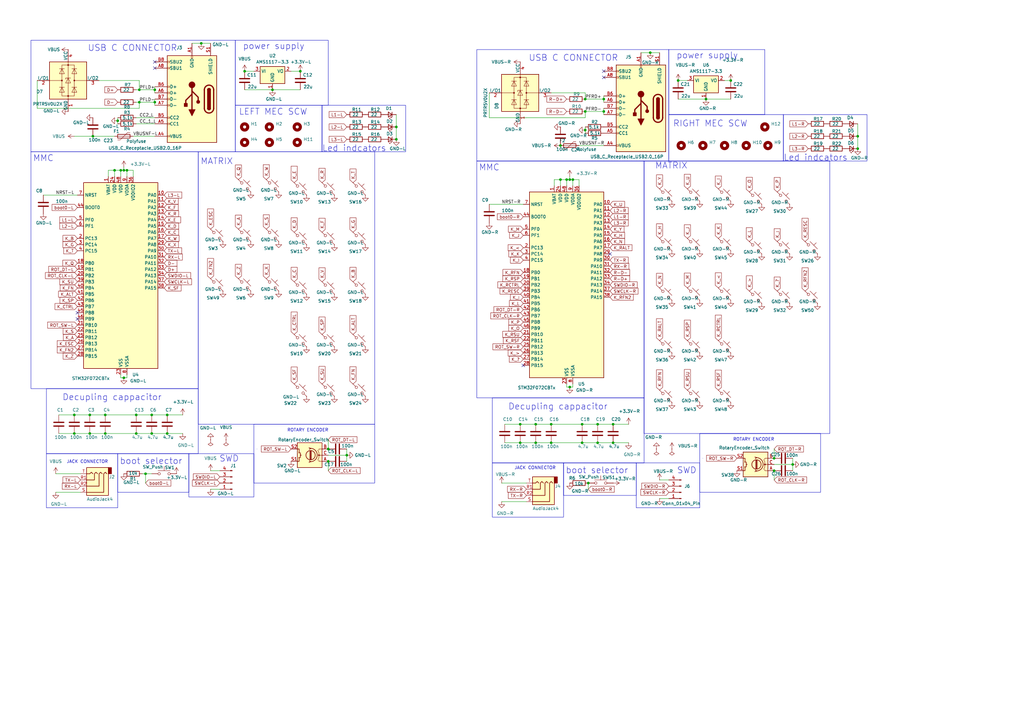
<source format=kicad_sch>
(kicad_sch (version 20250114) (generator "eeschema") (generator_version "9.0")
  (paper "A3")
  (rectangle (start 104.14 173.99) (end 153.67 198.12))
  (rectangle (start 105.41 184.15) (end 105.41 184.15))
  (rectangle (start 201.93 163.195) (end 264.16 189.865))
  (rectangle (start 19.05 159.385) (end 81.28 186.055))
  (rectangle (start 274.32 20.32) (end 313.69 46.99))
  (rectangle (start 12.7 16.51) (end 96.52 62.23))
  (rectangle (start 260.985 189.865) (end 287.02 208.28))
  (rectangle (start 96.52 16.51) (end 134.62 43.18))
  (rectangle (start 81.28 62.23) (end 153.67 173.99))
  (rectangle (start 195.58 20.32) (end 274.32 66.04))
  (rectangle (start 274.32 46.99) (end 321.31 66.04))
  (rectangle (start 287.02 177.8) (end 336.55 201.93))
  (rectangle (start 132.08 43.18) (end 166.37 62.23))
  (rectangle (start 321.31 46.99) (end 355.6 66.04))
  (rectangle (start 231.14 189.865) (end 260.985 203.2))
  (rectangle (start 96.52 43.18) (end 132.08 62.23))
  (rectangle (start 19.05 186.055) (end 48.26 208.28))
  (rectangle (start 195.58 66.04) (end 264.16 163.195))
  (rectangle (start 12.7 62.23) (end 81.28 159.385))
  (rectangle (start 288.29 187.96) (end 288.29 187.96))
  (rectangle (start 77.47 186.055) (end 104.14 203.835))
  (rectangle (start 48.26 186.055) (end 77.47 201.93))
  (rectangle (start 264.16 66.04) (end 340.36 177.8))
  (rectangle (start 201.93 189.865) (end 231.14 212.09))
  (text "boot selector" (at 244.856 193.04 0) (effects (font (size 2.54 2.54))))
  (text "Decupling cappacitor" (at 45.974 163.068 0) (effects (font (size 2.54 2.54))))
  (text "power supply\n" (at 290.068 22.86 0) (effects (font (size 2.54 2.54))))
  (text "MATRIX\n" (at 88.9 66.294 0) (effects (font (size 2.54 2.54))))
  (text "Led indcators" (at 145.288 60.96 0) (effects (font (size 2.54 2.54))))
  (text "JACK CONNECTOR\n" (at 219.456 192.024 0) (effects (font (size 1.27 1.27))))
  (text "USB C CONNECTOR\n" (at 235.204 23.876 0) (effects (font (size 2.54 2.54))))
  (text "MATRIX\n" (at 275.336 68.072 0) (effects (font (size 2.54 2.54))))
  (text "Led indcators" (at 334.518 64.77 0) (effects (font (size 2.54 2.54))))
  (text "SWD" (at 93.98 188.214 0) (effects (font (size 2.54 2.54))))
  (text "LEFT MEC SCW\n" (at 112.014 45.974 0) (effects (font (size 2.54 2.54))))
  (text "boot selector" (at 61.976 189.23 0) (effects (font (size 2.54 2.54))))
  (text "SWD" (at 281.686 193.04 0) (effects (font (size 2.54 2.54))))
  (text "MMC" (at 17.78 65.024 0) (effects (font (size 2.54 2.54))))
  (text "Decupling cappacitor" (at 228.854 166.878 0) (effects (font (size 2.54 2.54))))
  (text "ROTARY ENCODER\n" (at 126.238 176.53 0) (effects (font (size 1.27 1.27))))
  (text "JACK CONNECTOR\n" (at 35.814 189.484 0) (effects (font (size 1.27 1.27))))
  (text "RIGHT MEC SCW\n" (at 291.338 50.8 0) (effects (font (size 2.54 2.54))))
  (text "power supply\n" (at 112.268 19.05 0) (effects (font (size 2.54 2.54))))
  (text "MMC" (at 200.66 68.834 0) (effects (font (size 2.54 2.54))))
  (text "USB C CONNECTOR\n" (at 54.356 19.812 0) (effects (font (size 2.54 2.54))))
  (text "ROTARY ENCODER\n" (at 309.118 180.34 0) (effects (font (size 1.27 1.27))))
  (junction (at 317.5 187.96))
  (junction (at 43.18 170.18))
  (junction (at 68.58 177.8))
  (junction (at 351.79 55.88))
  (junction (at 247.65 40.64))
  (junction (at 233.68 158.75))
  (junction (at 162.56 52.07))
  (junction (at 50.8 154.94))
  (junction (at 43.18 177.8))
  (junction (at 68.58 170.18))
  (junction (at 299.72 33.02))
  (junction (at 238.76 181.61))
  (junction (at 278.13 33.02))
  (junction (at 134.62 189.23))
  (junction (at 30.48 177.8))
  (junction (at 57.15 36.83))
  (junction (at 55.88 177.8))
  (junction (at 36.83 177.8))
  (junction (at 162.56 57.15))
  (junction (at 240.03 40.64))
  (junction (at 238.76 173.99))
  (junction (at 52.07 69.85))
  (junction (at 111.76 36.83))
  (junction (at 233.68 73.66))
  (junction (at 38.1 55.88))
  (junction (at 134.62 184.15))
  (junction (at 241.3 198.12))
  (junction (at 226.06 173.99))
  (junction (at 30.48 170.18))
  (junction (at 213.36 173.99))
  (junction (at 247.65 45.72))
  (junction (at 142.24 186.69))
  (junction (at 48.26 49.53))
  (junction (at 240.03 53.34))
  (junction (at 50.8 69.85))
  (junction (at 100.33 29.21))
  (junction (at 234.95 73.66))
  (junction (at 226.06 181.61))
  (junction (at 36.83 170.18))
  (junction (at 59.69 194.31))
  (junction (at 123.19 29.21))
  (junction (at 351.79 60.96))
  (junction (at 63.5 36.83))
  (junction (at 229.87 73.66))
  (junction (at 289.56 40.64))
  (junction (at 219.71 181.61))
  (junction (at 245.11 173.99))
  (junction (at 57.15 41.91))
  (junction (at 213.36 181.61))
  (junction (at 251.46 173.99))
  (junction (at 82.55 17.78))
  (junction (at 63.5 41.91))
  (junction (at 62.23 177.8))
  (junction (at 55.88 170.18))
  (junction (at 325.12 190.5))
  (junction (at 232.41 73.66))
  (junction (at 240.03 45.72))
  (junction (at 317.5 193.04))
  (junction (at 49.53 69.85))
  (junction (at 229.87 59.69))
  (junction (at 266.7 21.59))
  (junction (at 251.46 181.61))
  (junction (at 46.99 69.85))
  (junction (at 62.23 170.18))
  (junction (at 219.71 173.99))
  (junction (at 245.11 181.61))
  (no_connect (at 247.65 31.75))
  (no_connect (at 31.75 128.27))
  (no_connect (at 31.75 130.81))
  (no_connect (at 63.5 25.4))
  (no_connect (at 63.5 27.94))
  (no_connect (at 250.19 104.14))
  (no_connect (at 247.65 29.21))
  (no_connect (at 214.63 149.86))
  (wire (pts (xy 262.89 21.59) (xy 266.7 21.59)))
  (wire (pts (xy 247.65 44.45) (xy 247.65 45.72)))
  (wire (pts (xy 238.76 173.99) (xy 245.11 173.99)))
  (wire (pts (xy 55.88 36.83) (xy 57.15 36.83)))
  (wire (pts (xy 232.41 73.66) (xy 229.87 73.66)))
  (wire (pts (xy 234.95 73.66) (xy 233.68 73.66)))
  (wire (pts (xy 229.87 73.66) (xy 227.33 73.66)))
  (wire (pts (xy 43.18 170.18) (xy 55.88 170.18)))
  (wire (pts (xy 57.15 41.91) (xy 57.15 44.45)))
  (wire (pts (xy 162.56 46.99) (xy 162.56 52.07)))
  (wire (pts (xy 100.33 36.83) (xy 111.76 36.83)))
  (wire (pts (xy 238.76 181.61) (xy 245.11 181.61)))
  (wire (pts (xy 142.24 184.15) (xy 142.24 186.69)))
  (wire (pts (xy 232.41 157.48) (xy 232.41 158.75)))
  (wire (pts (xy 52.07 69.85) (xy 50.8 69.85)))
  (wire (pts (xy 62.23 170.18) (xy 68.58 170.18)))
  (wire (pts (xy 31.75 80.01) (xy 17.78 80.01)))
  (wire (pts (xy 55.88 170.18) (xy 62.23 170.18)))
  (wire (pts (xy 233.68 158.75) (xy 234.95 158.75)))
  (wire (pts (xy 240.03 45.72) (xy 247.65 45.72)))
  (wire (pts (xy 100.33 29.21) (xy 104.14 29.21)))
  (wire (pts (xy 247.65 39.37) (xy 247.65 40.64)))
  (wire (pts (xy 24.13 177.8) (xy 30.48 177.8)))
  (wire (pts (xy 52.07 153.67) (xy 52.07 154.94)))
  (wire (pts (xy 241.3 198.12) (xy 241.3 200.66)))
  (wire (pts (xy 134.62 189.23) (xy 134.62 193.04)))
  (wire (pts (xy 233.68 73.66) (xy 232.41 73.66)))
  (wire (pts (xy 237.49 59.69) (xy 247.65 59.69)))
  (wire (pts (xy 48.26 49.53) (xy 48.26 50.8)))
  (wire (pts (xy 63.5 41.91) (xy 63.5 43.18)))
  (wire (pts (xy 36.83 170.18) (xy 43.18 170.18)))
  (wire (pts (xy 54.61 55.88) (xy 63.5 55.88)))
  (wire (pts (xy 55.88 41.91) (xy 57.15 41.91)))
  (wire (pts (xy 205.74 198.12) (xy 215.9 198.12)))
  (wire (pts (xy 58.42 194.31) (xy 59.69 194.31)))
  (wire (pts (xy 226.06 181.61) (xy 238.76 181.61)))
  (wire (pts (xy 232.41 73.66) (xy 232.41 76.2)))
  (wire (pts (xy 43.18 177.8) (xy 55.88 177.8)))
  (wire (pts (xy 68.58 170.18) (xy 74.93 170.18)))
  (wire (pts (xy 240.03 48.26) (xy 200.66 48.26)))
  (wire (pts (xy 207.01 181.61) (xy 213.36 181.61)))
  (wire (pts (xy 22.86 194.31) (xy 33.02 194.31)))
  (wire (pts (xy 278.13 40.64) (xy 289.56 40.64)))
  (wire (pts (xy 54.61 72.39) (xy 54.61 69.85)))
  (wire (pts (xy 55.88 50.8) (xy 63.5 50.8)))
  (wire (pts (xy 46.99 69.85) (xy 44.45 69.85)))
  (wire (pts (xy 52.07 69.85) (xy 52.07 72.39)))
  (wire (pts (xy 57.15 41.91) (xy 63.5 41.91)))
  (wire (pts (xy 240.03 45.72) (xy 240.03 48.26)))
  (wire (pts (xy 134.62 186.69) (xy 142.24 186.69)))
  (wire (pts (xy 240.03 52.07) (xy 240.03 53.34)))
  (wire (pts (xy 213.36 181.61) (xy 219.71 181.61)))
  (wire (pts (xy 297.18 33.02) (xy 299.72 33.02)))
  (wire (pts (xy 232.41 158.75) (xy 233.68 158.75)))
  (wire (pts (xy 63.5 35.56) (xy 63.5 36.83)))
  (wire (pts (xy 36.83 177.8) (xy 43.18 177.8)))
  (wire (pts (xy 22.86 201.93) (xy 33.02 201.93)))
  (wire (pts (xy 82.55 17.78) (xy 86.36 17.78)))
  (wire (pts (xy 44.45 69.85) (xy 44.45 72.39)))
  (wire (pts (xy 233.68 72.39) (xy 233.68 73.66)))
  (wire (pts (xy 38.1 55.88) (xy 46.99 55.88)))
  (wire (pts (xy 86.36 200.66) (xy 90.17 200.66)))
  (wire (pts (xy 142.24 186.69) (xy 142.24 189.23)))
  (wire (pts (xy 30.48 55.88) (xy 38.1 55.88)))
  (wire (pts (xy 59.69 194.31) (xy 59.69 198.12)))
  (wire (pts (xy 40.64 33.02) (xy 57.15 33.02)))
  (wire (pts (xy 57.15 33.02) (xy 57.15 36.83)))
  (wire (pts (xy 226.06 173.99) (xy 238.76 173.99)))
  (wire (pts (xy 59.69 194.31) (xy 62.23 194.31)))
  (wire (pts (xy 240.03 38.1) (xy 240.03 40.64)))
  (wire (pts (xy 351.79 50.8) (xy 351.79 55.88)))
  (wire (pts (xy 46.99 69.85) (xy 46.99 72.39)))
  (wire (pts (xy 63.5 40.64) (xy 63.5 41.91)))
  (wire (pts (xy 317.5 184.15) (xy 317.5 187.96)))
  (wire (pts (xy 62.23 177.8) (xy 68.58 177.8)))
  (wire (pts (xy 270.51 196.85) (xy 274.32 196.85)))
  (wire (pts (xy 111.76 36.83) (xy 123.19 36.83)))
  (wire (pts (xy 234.95 157.48) (xy 234.95 158.75)))
  (wire (pts (xy 240.03 53.34) (xy 240.03 54.61)))
  (wire (pts (xy 247.65 40.64) (xy 247.65 41.91)))
  (wire (pts (xy 24.13 170.18) (xy 30.48 170.18)))
  (wire (pts (xy 251.46 173.99) (xy 257.81 173.99)))
  (wire (pts (xy 266.7 21.59) (xy 270.51 21.59)))
  (wire (pts (xy 245.11 173.99) (xy 251.46 173.99)))
  (wire (pts (xy 207.01 173.99) (xy 213.36 173.99)))
  (wire (pts (xy 86.36 193.04) (xy 90.17 193.04)))
  (wire (pts (xy 226.06 38.1) (xy 240.03 38.1)))
  (wire (pts (xy 213.36 173.99) (xy 219.71 173.99)))
  (wire (pts (xy 247.65 45.72) (xy 247.65 46.99)))
  (wire (pts (xy 49.53 154.94) (xy 50.8 154.94)))
  (wire (pts (xy 30.48 170.18) (xy 36.83 170.18)))
  (wire (pts (xy 54.61 69.85) (xy 52.07 69.85)))
  (wire (pts (xy 49.53 69.85) (xy 46.99 69.85)))
  (wire (pts (xy 325.12 190.5) (xy 325.12 193.04)))
  (wire (pts (xy 240.03 40.64) (xy 247.65 40.64)))
  (wire (pts (xy 134.62 180.34) (xy 134.62 184.15)))
  (wire (pts (xy 50.8 68.58) (xy 50.8 69.85)))
  (wire (pts (xy 49.53 153.67) (xy 49.53 154.94)))
  (wire (pts (xy 50.8 69.85) (xy 49.53 69.85)))
  (wire (pts (xy 278.13 33.02) (xy 281.94 33.02)))
  (wire (pts (xy 325.12 187.96) (xy 325.12 190.5)))
  (wire (pts (xy 245.11 181.61) (xy 251.46 181.61)))
  (wire (pts (xy 49.53 69.85) (xy 49.53 72.39)))
  (wire (pts (xy 237.49 73.66) (xy 234.95 73.66)))
  (wire (pts (xy 55.88 48.26) (xy 63.5 48.26)))
  (wire (pts (xy 57.15 36.83) (xy 63.5 36.83)))
  (wire (pts (xy 200.66 48.26) (xy 200.66 38.1)))
  (wire (pts (xy 48.26 48.26) (xy 48.26 49.53)))
  (wire (pts (xy 63.5 36.83) (xy 63.5 38.1)))
  (wire (pts (xy 78.74 17.78) (xy 82.55 17.78)))
  (wire (pts (xy 214.63 83.82) (xy 200.66 83.82)))
  (wire (pts (xy 289.56 40.64) (xy 299.72 40.64)))
  (wire (pts (xy 229.87 73.66) (xy 229.87 76.2)))
  (wire (pts (xy 351.79 55.88) (xy 351.79 60.96)))
  (wire (pts (xy 15.24 44.45) (xy 15.24 33.02)))
  (wire (pts (xy 119.38 29.21) (xy 123.19 29.21)))
  (wire (pts (xy 205.74 205.74) (xy 215.9 205.74)))
  (wire (pts (xy 270.51 204.47) (xy 274.32 204.47)))
  (wire (pts (xy 317.5 193.04) (xy 317.5 196.85)))
  (wire (pts (xy 219.71 173.99) (xy 226.06 173.99)))
  (wire (pts (xy 227.33 73.66) (xy 227.33 76.2)))
  (wire (pts (xy 55.88 177.8) (xy 62.23 177.8)))
  (wire (pts (xy 68.58 177.8) (xy 74.93 177.8)))
  (wire (pts (xy 317.5 190.5) (xy 325.12 190.5)))
  (wire (pts (xy 219.71 181.61) (xy 226.06 181.61)))
  (wire (pts (xy 30.48 177.8) (xy 36.83 177.8)))
  (wire (pts (xy 50.8 154.94) (xy 52.07 154.94)))
  (wire (pts (xy 15.24 44.45) (xy 57.15 44.45)))
  (wire (pts (xy 162.56 52.07) (xy 162.56 57.15)))
  (wire (pts (xy 234.95 73.66) (xy 234.95 76.2)))
  (wire (pts (xy 251.46 181.61) (xy 257.81 181.61)))
  (wire (pts (xy 237.49 76.2) (xy 237.49 73.66)))
  (label "NRST-R" (at 205.74 83.82 0))
  (label "PFRD+" (at 240.03 40.64 0))
  (label "PFLD-" (at 57.15 41.91 0))
  (label "VBUSNF-L" (at 54.61 55.88 0))
  (label "CC2_L" (at 57.15 48.26 0))
  (label "CC_1_L" (at 57.15 50.8 0))
  (label "NRST-L" (at 22.86 80.01 0))
  (label "VBUSNF-R" (at 237.49 59.69 0))
  (label "PFRD-" (at 240.03 45.72 0))
  (label "PFLD+" (at 57.15 36.83 0))
  (global_label "L3-L" (shape input) (at 67.31 80.01 0) (property "Intersheetrefs" "${INTERSHEET_REFS}" (effects (hide yes))))
  (global_label "K_N" (shape input) (at 250.19 99.06 0) (property "Intersheetrefs" "${INTERSHEET_REFS}" (effects (hide yes))))
  (global_label "boot0-R" (shape input) (at 214.63 88.9 180) (property "Intersheetrefs" "${INTERSHEET_REFS}" (effects (hide yes))))
  (global_label "ROT_CLK-R" (shape input) (at 317.5 196.85 0) (property "Intersheetrefs" "${INTERSHEET_REFS}" (effects (hide yes))))
  (global_label "ROT_SW-L" (shape input) (at 31.75 133.35 180) (property "Intersheetrefs" "${INTERSHEET_REFS}" (effects (hide yes))))
  (global_label "K_W" (shape input) (at 109.22 73.66 90) (property "Intersheetrefs" "${INTERSHEET_REFS}" (effects (hide yes))))
  (global_label "K_L" (shape input) (at 214.63 124.46 180) (property "Intersheetrefs" "${INTERSHEET_REFS}" (effects (hide yes))))
  (global_label "K_RSU" (shape input) (at 214.63 137.16 180) (property "Intersheetrefs" "${INTERSHEET_REFS}" (effects (hide yes))))
  (global_label "SWCLK-L" (shape input) (at 90.17 198.12 180) (property "Intersheetrefs" "${INTERSHEET_REFS}" (effects (hide yes))))
  (global_label "R-D-" (shape input) (at 232.41 45.72 180) (property "Intersheetrefs" "${INTERSHEET_REFS}" (effects (hide yes))))
  (global_label "D-" (shape input) (at 48.26 41.91 180) (property "Intersheetrefs" "${INTERSHEET_REFS}" (effects (hide yes))))
  (global_label "R-D+" (shape input) (at 250.19 114.3 0) (property "Intersheetrefs" "${INTERSHEET_REFS}" (effects (hide yes))))
  (global_label "boot0-R" (shape input) (at 241.3 200.66 0) (property "Intersheetrefs" "${INTERSHEET_REFS}" (effects (hide yes))))
  (global_label "SWCLK-R" (shape input) (at 274.32 201.93 180) (property "Intersheetrefs" "${INTERSHEET_REFS}" (effects (hide yes))))
  (global_label "RX-L" (shape input) (at 67.31 105.41 0) (property "Intersheetrefs" "${INTERSHEET_REFS}" (effects (hide yes))))
  (global_label "L3-R" (shape input) (at 250.19 91.44 0) (property "Intersheetrefs" "${INTERSHEET_REFS}" (effects (hide yes))))
  (global_label "L3-R" (shape input) (at 331.47 60.96 180) (property "Intersheetrefs" "${INTERSHEET_REFS}" (effects (hide yes))))
  (global_label "K_H" (shape input) (at 250.19 96.52 0) (property "Intersheetrefs" "${INTERSHEET_REFS}" (effects (hide yes))))
  (global_label "K_Y" (shape input) (at 270.51 77.47 90) (property "Intersheetrefs" "${INTERSHEET_REFS}" (effects (hide yes))))
  (global_label "K_W" (shape input) (at 67.31 97.79 0) (property "Intersheetrefs" "${INTERSHEET_REFS}" (effects (hide yes))))
  (global_label "K_G" (shape input) (at 144.78 95.25 90) (property "Intersheetrefs" "${INTERSHEET_REFS}" (effects (hide yes))))
  (global_label "K_B" (shape input) (at 144.78 115.57 90) (property "Intersheetrefs" "${INTERSHEET_REFS}" (effects (hide yes))))
  (global_label "L1-R" (shape input) (at 250.19 88.9 0) (property "Intersheetrefs" "${INTERSHEET_REFS}" (effects (hide yes))))
  (global_label "K_S" (shape input) (at 109.22 93.98 90) (property "Intersheetrefs" "${INTERSHEET_REFS}" (effects (hide yes))))
  (global_label "K_E " (shape input) (at 67.31 90.17 0) (property "Intersheetrefs" "${INTERSHEET_REFS}" (effects (hide yes))))
  (global_label "D+" (shape input) (at 67.31 110.49 0) (property "Intersheetrefs" "${INTERSHEET_REFS}" (effects (hide yes))))
  (global_label "K_K" (shape input) (at 294.64 97.79 90) (property "Intersheetrefs" "${INTERSHEET_REFS}" (effects (hide yes))))
  (global_label "K_X" (shape input) (at 67.31 100.33 0) (property "Intersheetrefs" "${INTERSHEET_REFS}" (effects (hide yes))))
  (global_label "K_F" (shape input) (at 132.08 95.25 90) (property "Intersheetrefs" "${INTERSHEET_REFS}" (effects (hide yes))))
  (global_label "K_FN" (shape input) (at 144.78 157.48 90) (property "Intersheetrefs" "${INTERSHEET_REFS}" (effects (hide yes))))
  (global_label "TX-R" (shape input) (at 250.19 106.68 0) (property "Intersheetrefs" "${INTERSHEET_REFS}" (effects (hide yes))))
  (global_label "K_FN" (shape input) (at 31.75 118.11 180) (property "Intersheetrefs" "${INTERSHEET_REFS}" (effects (hide yes))))
  (global_label "K_ALT" (shape input) (at 144.78 137.16 90) (property "Intersheetrefs" "${INTERSHEET_REFS}" (effects (hide yes))))
  (global_label "K_RALT" (shape input) (at 270.51 139.7 90) (property "Intersheetrefs" "${INTERSHEET_REFS}" (effects (hide yes))))
  (global_label "L1-R" (shape input) (at 331.47 50.8 180) (property "Intersheetrefs" "${INTERSHEET_REFS}" (effects (hide yes))))
  (global_label "K_RESC" (shape input) (at 214.63 119.38 180) (property "Intersheetrefs" "${INTERSHEET_REFS}" (effects (hide yes))))
  (global_label "SWDIO-R" (shape input) (at 274.32 199.39 180) (property "Intersheetrefs" "${INTERSHEET_REFS}" (effects (hide yes))))
  (global_label "TX-L" (shape input) (at 33.02 196.85 180) (property "Intersheetrefs" "${INTERSHEET_REFS}" (effects (hide yes))))
  (global_label "K_SP" (shape input) (at 132.08 137.16 90) (property "Intersheetrefs" "${INTERSHEET_REFS}" (effects (hide yes))))
  (global_label "K_Z" (shape input) (at 31.75 146.05 180) (property "Intersheetrefs" "${INTERSHEET_REFS}" (effects (hide yes))))
  (global_label "K_?" (shape input) (at 318.77 119.38 90) (property "Intersheetrefs" "${INTERSHEET_REFS}" (effects (hide yes))))
  (global_label "K_K" (shape input) (at 214.63 104.14 180) (property "Intersheetrefs" "${INTERSHEET_REFS}" (effects (hide yes))))
  (global_label "ROT_CLK-L" (shape input) (at 31.75 113.03 180) (property "Intersheetrefs" "${INTERSHEET_REFS}" (effects (hide yes))))
  (global_label "K_RFN" (shape input) (at 214.63 111.76 180) (property "Intersheetrefs" "${INTERSHEET_REFS}" (effects (hide yes))))
  (global_label "TX-R" (shape input) (at 215.9 203.2 180) (property "Intersheetrefs" "${INTERSHEET_REFS}" (effects (hide yes))))
  (global_label "K_M" (shape input) (at 281.94 118.11 90) (property "Intersheetrefs" "${INTERSHEET_REFS}" (effects (hide yes))))
  (global_label "K_Q" (shape input) (at 31.75 107.95 180) (property "Intersheetrefs" "${INTERSHEET_REFS}" (effects (hide yes))))
  (global_label "L2-R" (shape input) (at 331.47 55.88 180) (property "Intersheetrefs" "${INTERSHEET_REFS}" (effects (hide yes))))
  (global_label "RX-R" (shape input) (at 250.19 109.22 0) (property "Intersheetrefs" "${INTERSHEET_REFS}" (effects (hide yes))))
  (global_label "K_RFN2" (shape input) (at 330.2 119.38 90) (property "Intersheetrefs" "${INTERSHEET_REFS}" (effects (hide yes))))
  (global_label "K_I" (shape input) (at 214.63 106.68 180) (property "Intersheetrefs" "${INTERSHEET_REFS}" (effects (hide yes))))
  (global_label "K_D" (shape input) (at 67.31 92.71 0) (property "Intersheetrefs" "${INTERSHEET_REFS}" (effects (hide yes))))
  (global_label "K_N" (shape input) (at 270.51 118.11 90) (property "Intersheetrefs" "${INTERSHEET_REFS}" (effects (hide yes))))
  (global_label "K_RSU" (shape input) (at 281.94 160.02 90) (property "Intersheetrefs" "${INTERSHEET_REFS}" (effects (hide yes))))
  (global_label "K_O" (shape input) (at 214.63 134.62 180) (property "Intersheetrefs" "${INTERSHEET_REFS}" (effects (hide yes))))
  (global_label "ROT_SW-R" (shape input) (at 302.26 187.96 180) (property "Intersheetrefs" "${INTERSHEET_REFS}" (effects (hide yes))))
  (global_label "K_FN2" (shape input) (at 86.36 114.3 90) (property "Intersheetrefs" "${INTERSHEET_REFS}" (effects (hide yes))))
  (global_label "K_CTRL" (shape input) (at 120.65 137.16 90) (property "Intersheetrefs" "${INTERSHEET_REFS}" (effects (hide yes))))
  (global_label "K_M" (shape input) (at 214.63 93.98 180) (property "Intersheetrefs" "${INTERSHEET_REFS}" (effects (hide yes))))
  (global_label "K_RALT" (shape input) (at 250.19 101.6 0) (property "Intersheetrefs" "${INTERSHEET_REFS}" (effects (hide yes))))
  (global_label "ROT_DT-L" (shape input) (at 134.62 180.34 0) (property "Intersheetrefs" "${INTERSHEET_REFS}" (effects (hide yes))))
  (global_label "K_ESC" (shape input) (at 86.36 93.98 90) (property "Intersheetrefs" "${INTERSHEET_REFS}" (effects (hide yes))))
  (global_label "K_A" (shape input) (at 31.75 138.43 180) (property "Intersheetrefs" "${INTERSHEET_REFS}" (effects (hide yes))))
  (global_label "TX-L" (shape input) (at 67.31 102.87 0) (property "Intersheetrefs" "${INTERSHEET_REFS}" (effects (hide yes))))
  (global_label "K_<" (shape input) (at 294.64 118.11 90) (property "Intersheetrefs" "${INTERSHEET_REFS}" (effects (hide yes))))
  (global_label "K_I" (shape input) (at 294.64 77.47 90) (property "Intersheetrefs" "${INTERSHEET_REFS}" (effects (hide yes))))
  (global_label "K_RFN" (shape input) (at 270.51 160.02 90) (property "Intersheetrefs" "${INTERSHEET_REFS}" (effects (hide yes))))
  (global_label "K_T" (shape input) (at 31.75 102.87 180) (property "Intersheetrefs" "${INTERSHEET_REFS}" (effects (hide yes))))
  (global_label "K_Z" (shape input) (at 97.79 114.3 90) (property "Intersheetrefs" "${INTERSHEET_REFS}" (effects (hide yes))))
  (global_label "K_CTRL" (shape input) (at 31.75 125.73 180) (property "Intersheetrefs" "${INTERSHEET_REFS}" (effects (hide yes))))
  (global_label "K_H" (shape input) (at 270.51 97.79 90) (property "Intersheetrefs" "${INTERSHEET_REFS}" (effects (hide yes))))
  (global_label "boot0-L" (shape input) (at 31.75 85.09 180) (property "Intersheetrefs" "${INTERSHEET_REFS}" (effects (hide yes))))
  (global_label "K_J" (shape input) (at 281.94 97.79 90) (property "Intersheetrefs" "${INTERSHEET_REFS}" (effects (hide yes))))
  (global_label "K_O" (shape input) (at 307.34 78.74 90) (property "Intersheetrefs" "${INTERSHEET_REFS}" (effects (hide yes))))
  (global_label "K_>" (shape input) (at 307.34 119.38 90) (property "Intersheetrefs" "${INTERSHEET_REFS}" (effects (hide yes))))
  (global_label "D+" (shape input) (at 48.26 36.83 180) (property "Intersheetrefs" "${INTERSHEET_REFS}" (effects (hide yes))))
  (global_label "K_C" (shape input) (at 67.31 95.25 0) (property "Intersheetrefs" "${INTERSHEET_REFS}" (effects (hide yes))))
  (global_label "L2-R" (shape input) (at 250.19 86.36 0) (property "Intersheetrefs" "${INTERSHEET_REFS}" (effects (hide yes))))
  (global_label "K_F" (shape input) (at 67.31 85.09 0) (property "Intersheetrefs" "${INTERSHEET_REFS}" (effects (hide yes))))
  (global_label "K_RESC" (shape input) (at 330.2 99.06 90) (property "Intersheetrefs" "${INTERSHEET_REFS}" (effects (hide yes))))
  (global_label "L2-L" (shape input) (at 31.75 92.71 180) (property "Intersheetrefs" "${INTERSHEET_REFS}" (effects (hide yes))))
  (global_label "K_V" (shape input) (at 132.08 115.57 90) (property "Intersheetrefs" "${INTERSHEET_REFS}" (effects (hide yes))))
  (global_label "K_J" (shape input) (at 214.63 96.52 180) (property "Intersheetrefs" "${INTERSHEET_REFS}" (effects (hide yes))))
  (global_label "L3-L" (shape input) (at 142.24 57.15 180) (property "Intersheetrefs" "${INTERSHEET_REFS}" (effects (hide yes))))
  (global_label "K_L" (shape input) (at 307.34 99.06 90) (property "Intersheetrefs" "${INTERSHEET_REFS}" (effects (hide yes))))
  (global_label "K_SP" (shape input) (at 31.75 123.19 180) (property "Intersheetrefs" "${INTERSHEET_REFS}" (effects (hide yes))))
  (global_label "ROT_DT-L" (shape input) (at 31.75 110.49 180) (property "Intersheetrefs" "${INTERSHEET_REFS}" (effects (hide yes))))
  (global_label "K_G" (shape input) (at 31.75 100.33 180) (property "Intersheetrefs" "${INTERSHEET_REFS}" (effects (hide yes))))
  (global_label "K_RCTRL" (shape input) (at 294.64 139.7 90) (property "Intersheetrefs" "${INTERSHEET_REFS}" (effects (hide yes))))
  (global_label "K_RSP" (shape input) (at 281.94 139.7 90) (property "Intersheetrefs" "${INTERSHEET_REFS}" (effects (hide yes))))
  (global_label "SWDIO-L" (shape input) (at 90.17 195.58 180) (property "Intersheetrefs" "${INTERSHEET_REFS}" (effects (hide yes))))
  (global_label "K_P" (shape input) (at 214.63 132.08 180) (property "Intersheetrefs" "${INTERSHEET_REFS}" (effects (hide yes))))
  (global_label "R-D+" (shape input) (at 232.41 40.64 180) (property "Intersheetrefs" "${INTERSHEET_REFS}" (effects (hide yes))))
  (global_label "K_R" (shape input) (at 67.31 87.63 0) (property "Intersheetrefs" "${INTERSHEET_REFS}" (effects (hide yes))))
  (global_label "L1-L" (shape input) (at 31.75 90.17 180) (property "Intersheetrefs" "${INTERSHEET_REFS}" (effects (hide yes))))
  (global_label "D-" (shape input) (at 67.31 107.95 0) (property "Intersheetrefs" "${INTERSHEET_REFS}" (effects (hide yes))))
  (global_label "K_A" (shape input) (at 97.79 93.98 90) (property "Intersheetrefs" "${INTERSHEET_REFS}" (effects (hide yes))))
  (global_label "K_>" (shape input) (at 214.63 144.78 180) (property "Intersheetrefs" "${INTERSHEET_REFS}" (effects (hide yes))))
  (global_label "K_B" (shape input) (at 31.75 97.79 180) (property "Intersheetrefs" "${INTERSHEET_REFS}" (effects (hide yes))))
  (global_label "L2-L" (shape input) (at 142.24 52.07 180) (property "Intersheetrefs" "${INTERSHEET_REFS}" (effects (hide yes))))
  (global_label "K_RFN2" (shape input) (at 250.19 121.92 0) (property "Intersheetrefs" "${INTERSHEET_REFS}" (effects (hide yes))))
  (global_label "ROT_CLK-L" (shape input) (at 134.62 193.04 0) (property "Intersheetrefs" "${INTERSHEET_REFS}" (effects (hide yes))))
  (global_label "K_SF" (shape input) (at 67.31 118.11 0) (property "Intersheetrefs" "${INTERSHEET_REFS}" (effects (hide yes))))
  (global_label "K_E " (shape input) (at 120.65 74.93 90) (property "Intersheetrefs" "${INTERSHEET_REFS}" (effects (hide yes))))
  (global_label "K_FN2" (shape input) (at 31.75 143.51 180) (property "Intersheetrefs" "${INTERSHEET_REFS}" (effects (hide yes))))
  (global_label "SWCLK-R" (shape input) (at 250.19 119.38 0) (property "Intersheetrefs" "${INTERSHEET_REFS}" (effects (hide yes))))
  (global_label "SWDIO-L" (shape input) (at 67.31 113.03 0) (property "Intersheetrefs" "${INTERSHEET_REFS}" (effects (hide yes))))
  (global_label "SWCLK-L" (shape input) (at 67.31 115.57 0) (property "Intersheetrefs" "${INTERSHEET_REFS}" (effects (hide yes))))
  (global_label "K_RSF" (shape input) (at 214.63 139.7 180) (property "Intersheetrefs" "${INTERSHEET_REFS}" (effects (hide yes))))
  (global_label "K_U" (shape input) (at 250.19 83.82 0) (property "Intersheetrefs" "${INTERSHEET_REFS}" (effects (hide yes))))
  (global_label "K_P" (shape input) (at 318.77 78.74 90) (property "Intersheetrefs" "${INTERSHEET_REFS}" (effects (hide yes))))
  (global_label "K_C" (shape input) (at 120.65 115.57 90) (property "Intersheetrefs" "${INTERSHEET_REFS}" (effects (hide yes))))
  (global_label "K_Q" (shape input) (at 97.79 73.66 90) (property "Intersheetrefs" "${INTERSHEET_REFS}" (effects (hide yes))))
  (global_label "K_SU" (shape input) (at 132.08 157.48 90) (property "Intersheetrefs" "${INTERSHEET_REFS}" (effects (hide yes))))
  (global_label "K_RSP" (shape input) (at 214.63 114.3 180) (property "Intersheetrefs" "${INTERSHEET_REFS}" (effects (hide yes))))
  (global_label "K_D" (shape input) (at 120.65 95.25 90) (property "Intersheetrefs" "${INTERSHEET_REFS}" (effects (hide yes))))
  (global_label "K_:" (shape input) (at 318.77 99.06 90) (property "Intersheetrefs" "${INTERSHEET_REFS}" (effects (hide yes))))
  (global_label "K_SU" (shape input) (at 31.75 115.57 180) (property "Intersheetrefs" "${INTERSHEET_REFS}" (effects (hide yes))))
  (global_label "RX-R" (shape input) (at 215.9 200.66 180) (property "Intersheetrefs" "${INTERSHEET_REFS}" (effects (hide yes))))
  (global_label "K_T" (shape input) (at 144.78 74.93 90) (property "Intersheetrefs" "${INTERSHEET_REFS}" (effects (hide yes))))
  (global_label "R-D-" (shape input) (at 250.19 111.76 0) (property "Intersheetrefs" "${INTERSHEET_REFS}" (effects (hide yes))))
  (global_label "boot0-L" (shape input) (at 59.69 198.12 0) (property "Intersheetrefs" "${INTERSHEET_REFS}" (effects (hide yes))))
  (global_label "K_ESC" (shape input) (at 31.75 140.97 180) (property "Intersheetrefs" "${INTERSHEET_REFS}" (effects (hide yes))))
  (global_label "K_S" (shape input) (at 31.75 135.89 180) (property "Intersheetrefs" "${INTERSHEET_REFS}" (effects (hide yes))))
  (global_label "ROT_DT-R" (shape input) (at 317.5 184.15 0) (property "Intersheetrefs" "${INTERSHEET_REFS}" (effects (hide yes))))
  (global_label "K_X" (shape input) (at 109.22 114.3 90) (property "Intersheetrefs" "${INTERSHEET_REFS}" (effects (hide yes))))
  (global_label "K_?" (shape input) (at 214.63 147.32 180) (property "Intersheetrefs" "${INTERSHEET_REFS}" (effects (hide yes))))
  (global_label "ROT_SW-R" (shape input) (at 214.63 142.24 180) (property "Intersheetrefs" "${INTERSHEET_REFS}" (effects (hide yes))))
  (global_label "K_V" (shape input) (at 67.31 82.55 0) (property "Intersheetrefs" "${INTERSHEET_REFS}" (effects (hide yes))))
  (global_label "ROT_DT-R" (shape input) (at 214.63 127 180) (property "Intersheetrefs" "${INTERSHEET_REFS}" (effects (hide yes))))
  (global_label "K_R" (shape input) (at 132.08 74.93 90) (property "Intersheetrefs" "${INTERSHEET_REFS}" (effects (hide yes))))
  (global_label "L1-L" (shape input) (at 142.24 46.99 180) (property "Intersheetrefs" "${INTERSHEET_REFS}" (effects (hide yes))))
  (global_label "ROT_SW-L" (shape input) (at 119.38 184.15 180) (property "Intersheetrefs" "${INTERSHEET_REFS}" (effects (hide yes))))
  (global_label "K_ALT" (shape input) (at 31.75 120.65 180) (property "Intersheetrefs" "${INTERSHEET_REFS}" (effects (hide yes))))
  (global_label "K_:" (shape input) (at 214.63 121.92 180) (property "Intersheetrefs" "${INTERSHEET_REFS}" (effects (hide yes))))
  (global_label "K_RSF" (shape input) (at 294.64 160.02 90) (property "Intersheetrefs" "${INTERSHEET_REFS}" (effects (hide yes))))
  (global_label "K_<" (shape input) (at 214.63 101.6 180) (property "Intersheetrefs" "${INTERSHEET_REFS}" (effects (hide yes))))
  (global_label "RX-L" (shape input) (at 33.02 199.39 180) (property "Intersheetrefs" "${INTERSHEET_REFS}" (effects (hide yes))))
  (global_label "K_SF" (shape input) (at 120.65 157.48 90) (property "Intersheetrefs" "${INTERSHEET_REFS}" (effects (hide yes))))
  (global_label "K_U" (shape input) (at 281.94 77.47 90) (property "Intersheetrefs" "${INTERSHEET_REFS}" (effects (hide yes))))
  (global_label "ROT_CLK-R" (shape input) (at 214.63 129.54 180) (property "Intersheetrefs" "${INTERSHEET_REFS}" (effects (hide yes))))
  (global_label "K_RCTRL" (shape input) (at 214.63 116.84 180) (property "Intersheetrefs" "${INTERSHEET_REFS}" (effects (hide yes))))
  (global_label "SWDIO-R" (shape input) (at 250.19 116.84 0) (property "Intersheetrefs" "${INTERSHEET_REFS}" (effects (hide yes))))
  (global_label "K_Y" (shape input) (at 250.19 93.98 0) (property "Intersheetrefs" "${INTERSHEET_REFS}" (effects (hide yes))))
  (symbol (lib_id "Device:R") (at 153.67 52.07 90) (unit 1)
    (property "Reference" "R14" (at 153.924 50.038 90))
    (property "Value" "22" (at 153.416 52.07 90))
    (property "Footprint" "Resistor_SMD:R_0603_1608Metric" (effects (hide yes)))
    (property "Description" "Resistor" (effects (hide yes)))
  )
  (symbol (lib_id "power:GND") (at 299.72 102.87 0) (unit 1)
    (property "Reference" "#PWR085" (effects (hide yes)))
    (property "Value" "GND-R" (at 295.656 102.108 0))
    (property "Description" "Power symbol creates a global label with name \"GND\" , ground" (effects (hide yes)))
  )
  (symbol (lib_id "power:+3.3V") (at 251.46 198.12 270) (unit 1)
    (property "Reference" "#PWR092" (effects (hide yes)))
    (property "Value" "+3.3V-R" (at 251.968 196.342 90) (effects (justify left)))
    (property "Description" "Power symbol creates a global label with name \"+3.3V\"" (effects (hide yes)))
  )
  (symbol (lib_id "power:GND") (at 275.59 102.87 0) (unit 1)
    (property "Reference" "#PWR074" (effects (hide yes)))
    (property "Value" "GND-R" (at 271.526 102.108 0))
    (property "Description" "Power symbol creates a global label with name \"GND\" , ground" (effects (hide yes)))
  )
  (symbol (lib_id "Switch:SW_Push_45deg") (at 134.62 160.02 0) (unit 1)
    (property "Reference" "SW23" (at 133.096 165.354 0))
    (property "Value" "SW_Push_45deg" (effects (hide yes)))
    (property "Footprint" "PCM_marbastlib-choc:SW_choc_v1_HS_CPG135001S30_1u" (effects (hide yes)))
    (property "Description" "Push button switch, normally open, two pins, 45° tilted" (effects (hide yes)))
  )
  (symbol (lib_id "Device:C") (at 213.36 177.8 0) (unit 1)
    (property "Reference" "C14" (at 212.598 171.958 0) (effects (justify left)))
    (property "Value" "100n" (at 211.582 183.134 0) (effects (justify left)))
    (property "Footprint" "Capacitor_SMD:C_0603_1608Metric" (effects (hide yes)))
    (property "Description" "Unpolarized capacitor" (effects (hide yes)))
  )
  (symbol (lib_id "Switch:SW_Push_45deg") (at 134.62 77.47 0) (unit 1)
    (property "Reference" "SW13" (at 133.096 82.804 0))
    (property "Value" "SW_Push_45deg" (effects (hide yes)))
    (property "Footprint" "PCM_marbastlib-choc:SW_choc_v1_HS_CPG135001S30_1u" (effects (hide yes)))
    (property "Description" "Push button switch, normally open, two pins, 45° tilted" (effects (hide yes)))
  )
  (symbol (lib_id "Switch:SW_Push_45deg") (at 100.33 116.84 0) (unit 1)
    (property "Reference" "SW6" (at 98.806 122.174 0))
    (property "Value" "SW_Push_45deg" (effects (hide yes)))
    (property "Footprint" "PCM_marbastlib-choc:SW_choc_v1_HS_CPG135001S30_1u" (effects (hide yes)))
    (property "Description" "Push button switch, normally open, two pins, 45° tilted" (effects (hide yes)))
  )
  (symbol (lib_id "Mechanical:MountingHole") (at 100.33 58.42 0) (unit 1) (in_bom no)
    (property "Reference" "H4" (at 102.87 57.1499 0) (effects (justify left)))
    (property "Value" "MountingHole" (effects (hide yes)))
    (property "Footprint" "MountingHole:MountingHole_2mm" (effects (hide yes)))
    (property "Description" "Mounting Hole without connection" (effects (hide yes)))
  )
  (symbol (lib_id "Device:C") (at 251.46 177.8 0) (unit 1)
    (property "Reference" "C20" (at 250.698 171.958 0) (effects (justify left)))
    (property "Value" "4.7u" (at 249.682 183.134 0) (effects (justify left)))
    (property "Footprint" "Capacitor_SMD:C_1206_3216Metric" (effects (hide yes)))
    (property "Description" "Unpolarized capacitor" (effects (hide yes)))
  )
  (symbol (lib_id "Connector_Audio:AudioJack4") (at 38.1 199.39 180) (unit 1)
    (property "Reference" "J2" (at 44.704 195.58 0) (effects (justify right)))
    (property "Value" "AudioJack4" (at 35.56 204.724 0) (effects (justify right)))
    (property "Footprint" "Connector_Audio:Jack_3.5mm_PJ31060-I_Horizontal" (effects (hide yes)))
    (property "Description" "Audio Jack, 4 Poles (TRRS)" (effects (hide yes)))
  )
  (symbol (lib_id "Switch:SW_Push_45deg") (at 297.18 80.01 0) (unit 1)
    (property "Reference" "SW44" (at 295.656 85.344 0))
    (property "Value" "SW_Push_45deg" (effects (hide yes)))
    (property "Footprint" "PCM_marbastlib-choc:SW_choc_v1_HS_CPG135001S30_1u" (effects (hide yes)))
    (property "Description" "Push button switch, normally open, two pins, 45° tilted" (effects (hide yes)))
  )
  (symbol (lib_id "Connector:USB_C_Receptacle_USB2.0_16P") (at 78.74 40.64 180) (unit 1)
    (property "Reference" "J3" (at 72.39 19.558 0) (effects (justify right)))
    (property "Value" "USB_C_Receptacle_USB2.0_16P" (at 44.45 60.706 0) (effects (justify right)))
    (property "Footprint" "PCM_marbastlib-various:USB_C_Receptacle_HRO_TYPE-C-31-M-12" (effects (hide yes)))
    (property "Datasheet" "https://www.usb.org/sites/default/files/documents/usb_type-c.zip" (effects (hide yes)))
    (property "Description" "USB 2.0-only 16P Type-C Receptacle connector" (effects (hide yes)))
  )
  (symbol (lib_id "power:GND") (at 287.02 165.1 0) (unit 1)
    (property "Reference" "#PWR083" (effects (hide yes)))
    (property "Value" "GND-R" (at 282.956 164.338 0))
    (property "Description" "Power symbol creates a global label with name \"GND\" , ground" (effects (hide yes)))
  )
  (symbol (lib_id "Switch:SW_Push") (at 246.38 198.12 0) (unit 1)
    (property "Reference" "SW51" (at 249.682 195.834 0))
    (property "Value" "SW_Push" (at 241.554 195.58 0))
    (property "Footprint" "Button_Switch_SMD:SW_SPST_B3U-1000P" (effects (hide yes)))
    (property "Description" "Push button switch, generic, two pins" (effects (hide yes)))
  )
  (symbol (lib_id "Mechanical:MountingHole") (at 306.07 59.69 0) (unit 1) (in_bom no)
    (property "Reference" "H10" (at 308.61 58.4199 0) (effects (justify left)))
    (property "Value" "MountingHole" (effects (hide yes)))
    (property "Footprint" "MountingHole:MountingHole_2mm" (effects (hide yes)))
    (property "Description" "Mounting Hole without connection" (effects (hide yes)))
  )
  (symbol (lib_id "Switch:SW_Push_45deg") (at 297.18 100.33 0) (unit 1)
    (property "Reference" "SW45" (at 295.656 105.664 0))
    (property "Value" "SW_Push_45deg" (effects (hide yes)))
    (property "Footprint" "PCM_marbastlib-choc:SW_choc_v1_HS_CPG135001S30_1u" (effects (hide yes)))
    (property "Description" "Push button switch, normally open, two pins, 45° tilted" (effects (hide yes)))
  )
  (symbol (lib_id "Switch:SW_Push_45deg") (at 284.48 120.65 0) (unit 1)
    (property "Reference" "SW41" (at 282.956 125.984 0))
    (property "Value" "SW_Push_45deg" (effects (hide yes)))
    (property "Footprint" "PCM_marbastlib-choc:SW_choc_v1_HS_CPG135001S30_1u" (effects (hide yes)))
    (property "Description" "Push button switch, normally open, two pins, 45° tilted" (effects (hide yes)))
  )
  (symbol (lib_id "power:GND") (at 91.44 99.06 0) (unit 1)
    (property "Reference" "#PWR08" (effects (hide yes)))
    (property "Value" "GND-L" (at 87.376 98.298 0))
    (property "Description" "Power symbol creates a global label with name \"GND\" , ground" (effects (hide yes)))
  )
  (symbol (lib_id "Mechanical:MountingHole") (at 110.49 52.07 0) (unit 1) (in_bom no)
    (property "Reference" "H2" (at 113.03 50.7999 0) (effects (justify left)))
    (property "Value" "MountingHole" (effects (hide yes)))
    (property "Footprint" "MountingHole:MountingHole_2mm" (effects (hide yes)))
    (property "Description" "Mounting Hole without connection" (effects (hide yes)))
  )
  (symbol (lib_id "power:GND") (at 111.76 36.83 0) (unit 1)
    (property "Reference" "#PWR023" (effects (hide yes)))
    (property "Value" "GND-L" (at 108.966 40.64 0) (effects (justify left)))
    (property "Description" "Power symbol creates a global label with name \"GND\" , ground" (effects (hide yes)))
  )
  (symbol (lib_id "Device:C") (at 200.66 87.63 0) (unit 1)
    (property "Reference" "C9" (at 197.612 82.042 0) (effects (justify left)))
    (property "Value" "100n" (at 205.74 86.36 0) (effects (justify left)))
    (property "Footprint" "Capacitor_SMD:C_0603_1608Metric" (effects (hide yes)))
    (property "Description" "Unpolarized capacitor" (effects (hide yes)))
  )
  (symbol (lib_id "Device:C") (at 245.11 177.8 0) (unit 1)
    (property "Reference" "C19" (at 244.348 171.958 0) (effects (justify left)))
    (property "Value" "4.7u" (at 243.332 183.134 0) (effects (justify left)))
    (property "Footprint" "Capacitor_SMD:C_1206_3216Metric" (effects (hide yes)))
    (property "Description" "Unpolarized capacitor" (effects (hide yes)))
  )
  (symbol (lib_id "Device:R") (at 52.07 50.8 90) (unit 1)
    (property "Reference" "R4" (at 52.07 52.832 90))
    (property "Value" "5.1k" (at 52.324 50.8 90))
    (property "Footprint" "Resistor_SMD:R_0603_1608Metric" (effects (hide yes)))
    (property "Description" "Resistor" (effects (hide yes)))
  )
  (symbol (lib_id "power:GND") (at 323.85 83.82 0) (unit 1)
    (property "Reference" "#PWR069" (effects (hide yes)))
    (property "Value" "GND-R" (at 319.786 83.058 0))
    (property "Description" "Power symbol creates a global label with name \"GND\" , ground" (effects (hide yes)))
  )
  (symbol (lib_id "power:GND") (at 74.93 177.8 0) (unit 1)
    (property "Reference" "#PWR02" (effects (hide yes)))
    (property "Value" "GND-L" (at 72.898 182.626 0) (effects (justify left)))
    (property "Description" "Power symbol creates a global label with name \"GND\" , ground" (effects (hide yes)))
  )
  (symbol (lib_id "Switch:SW_Push_45deg") (at 321.31 101.6 0) (unit 1)
    (property "Reference" "SW31" (at 319.786 106.934 0))
    (property "Value" "SW_Push_45deg" (effects (hide yes)))
    (property "Footprint" "PCM_marbastlib-choc:SW_choc_v1_HS_CPG135001S30_1u" (effects (hide yes)))
    (property "Description" "Push button switch, normally open, two pins, 45° tilted" (effects (hide yes)))
  )
  (symbol (lib_id "MCU_ST_STM32F0:STM32F072CBTx") (at 232.41 116.84 0) (unit 1)
    (property "Reference" "U5" (at 237.0933 157.48 0) (effects (justify left)))
    (property "Value" "STM32F072CBTx" (at 212.344 159.004 0) (effects (justify left)))
    (property "Footprint" "Package_QFP:LQFP-48_7x7mm_P0.5mm" (effects (hide yes)))
    (property "Datasheet" "https://www.st.com/resource/en/datasheet/stm32f072cb.pdf" (effects (hide yes)))
    (property "Description" "STMicroelectronics Arm Cortex-M0 MCU, 128KB flash, 16KB RAM, 48 MHz, 2.0-3.6V, 37 GPIO, LQFP48" (effects (hide yes)))
  )
  (symbol (lib_id "Switch:SW_Push_45deg") (at 88.9 96.52 0) (unit 1)
    (property "Reference" "SW3" (at 87.376 101.854 0))
    (property "Value" "SW_Push_45deg" (effects (hide yes)))
    (property "Footprint" "PCM_marbastlib-choc:SW_choc_v1_HS_CPG135001S30_1u" (effects (hide yes)))
    (property "Description" "Push button switch, normally open, two pins, 45° tilted" (effects (hide yes)))
  )
  (symbol (lib_id "power:VBUS") (at 229.87 59.69 90) (unit 1)
    (property "Reference" "#PWR049" (effects (hide yes)))
    (property "Value" "VBUS-R" (at 226.06 59.6899 90) (effects (justify left)))
    (property "Description" "Power symbol creates a global label with name \"VBUS\"" (effects (hide yes)))
  )
  (symbol (lib_id "power:VBUS") (at 278.13 33.02 0) (unit 1)
    (property "Reference" "#PWR058" (effects (hide yes)))
    (property "Value" "VBUS-R" (at 277.114 26.67 0) (effects (justify left)))
    (property "Description" "Power symbol creates a global label with name \"VBUS\"" (effects (hide yes)))
  )
  (symbol (lib_id "Switch:SW_Push_45deg") (at 134.62 118.11 0) (unit 1)
    (property "Reference" "SW15" (at 133.096 123.444 0))
    (property "Value" "SW_Push_45deg" (effects (hide yes)))
    (property "Footprint" "PCM_marbastlib-choc:SW_choc_v1_HS_CPG135001S30_1u" (effects (hide yes)))
    (property "Description" "Push button switch, normally open, two pins, 45° tilted" (effects (hide yes)))
  )
  (symbol (lib_id "power:GND") (at 312.42 83.82 0) (unit 1)
    (property "Reference" "#PWR066" (effects (hide yes)))
    (property "Value" "GND-R" (at 308.356 83.058 0))
    (property "Description" "Power symbol creates a global label with name \"GND\" , ground" (effects (hide yes)))
  )
  (symbol (lib_id "power:VBUS") (at 92.71 180.34 0) (unit 1)
    (property "Reference" "#PWR047" (effects (hide yes)))
    (property "Value" "VBUS" (at 92.71 175.26 0))
    (property "Description" "Power symbol creates a global label with name \"VBUS\"" (effects (hide yes)))
  )
  (symbol (lib_id "Switch:SW_Push_45deg") (at 309.88 101.6 0) (unit 1)
    (property "Reference" "SW28" (at 308.356 106.934 0))
    (property "Value" "SW_Push_45deg" (effects (hide yes)))
    (property "Footprint" "PCM_marbastlib-choc:SW_choc_v1_HS_CPG135001S30_1u" (effects (hide yes)))
    (property "Description" "Push button switch, normally open, two pins, 45° tilted" (effects (hide yes)))
  )
  (symbol (lib_id "Device:R") (at 52.07 41.91 90) (unit 1)
    (property "Reference" "R8" (at 52.07 43.942 90))
    (property "Value" "22" (at 51.816 41.91 90))
    (property "Footprint" "Resistor_SMD:R_0603_1608Metric" (effects (hide yes)))
    (property "Description" "Resistor" (effects (hide yes)))
  )
  (symbol (lib_id "power:GND") (at 299.72 144.78 0) (unit 1)
    (property "Reference" "#PWR087" (effects (hide yes)))
    (property "Value" "GND-R" (at 295.656 144.018 0))
    (property "Description" "Power symbol creates a global label with name \"GND\" , ground" (effects (hide yes)))
  )
  (symbol (lib_id "power:VBUS") (at 100.33 29.21 0) (unit 1)
    (property "Reference" "#PWR024" (effects (hide yes)))
    (property "Value" "VBUS" (at 100.33 24.13 0))
    (property "Description" "Power symbol creates a global label with name \"VBUS\"" (effects (hide yes)))
  )
  (symbol (lib_id "power:+3.3V") (at 72.39 194.31 0) (unit 1)
    (property "Reference" "#PWR07" (effects (hide yes)))
    (property "Value" "+3.3V-L" (at 68.326 195.834 0) (effects (justify left)))
    (property "Description" "Power symbol creates a global label with name \"+3.3V\"" (effects (hide yes)))
  )
  (symbol (lib_id "power:GND") (at 82.55 17.78 0) (unit 1)
    (property "Reference" "#PWR014" (effects (hide yes)))
    (property "Value" "GND-L" (at 90.424 18.288 0))
    (property "Description" "Power symbol creates a global label with name \"GND\" , ground" (effects (hide yes)))
  )
  (symbol (lib_id "Switch:SW_Push_45deg") (at 88.9 116.84 0) (unit 1)
    (property "Reference" "SW49" (at 87.376 122.174 0))
    (property "Value" "SW_Push_45deg" (effects (hide yes)))
    (property "Footprint" "PCM_marbastlib-choc:SW_choc_v1_HS_CPG135001S30_1u" (effects (hide yes)))
    (property "Description" "Push button switch, normally open, two pins, 45° tilted" (effects (hide yes)))
  )
  (symbol (lib_id "Device:R") (at 146.05 46.99 90) (unit 1)
    (property "Reference" "R11" (at 146.304 44.958 90))
    (property "Value" "22" (at 145.796 46.99 90))
    (property "Footprint" "Resistor_SMD:R_0603_1608Metric" (effects (hide yes)))
    (property "Description" "Resistor" (effects (hide yes)))
  )
  (symbol (lib_id "power:GND") (at 325.12 190.5 90) (unit 1)
    (property "Reference" "#PWR078" (effects (hide yes)))
    (property "Value" "GND-R" (at 335.026 190.5 90) (effects (justify left)))
    (property "Description" "Power symbol creates a global label with name \"GND\" , ground" (effects (hide yes)))
  )
  (symbol (lib_id "Power_Protection:PRTR5V0U2X") (at 213.36 38.1 0) (unit 1)
    (property "Reference" "D8" (at 203.708 43.434 90))
    (property "Value" "PRTR5V0U2X" (at 199.136 42.164 90))
    (property "Footprint" "Package_TO_SOT_SMD:SOT-143" (effects (hide yes)))
    (property "Datasheet" "https://assets.nexperia.com/documents/data-sheet/PRTR5V0U2X.pdf" (effects (hide yes)))
    (property "Description" "Ultra low capacitance double rail-to-rail ESD protection diode, SOT-143" (effects (hide yes)))
  )
  (symbol (lib_id "Device:R") (at 342.9 50.8 90) (unit 1)
    (property "Reference" "R20" (at 343.154 48.768 90))
    (property "Value" "22" (at 342.646 50.8 90))
    (property "Footprint" "Resistor_SMD:R_0603_1608Metric" (effects (hide yes)))
    (property "Description" "Resistor" (effects (hide yes)))
  )
  (symbol (lib_id "power:GND") (at 125.73 80.01 0) (unit 1)
    (property "Reference" "#PWR030" (effects (hide yes)))
    (property "Value" "GND-L" (at 121.666 79.248 0))
    (property "Description" "Power symbol creates a global label with name \"GND\" , ground" (effects (hide yes)))
  )
  (symbol (lib_id "power:GND") (at 351.79 60.96 0) (unit 1)
    (property "Reference" "#PWR096" (effects (hide yes)))
    (property "Value" "GND-R" (at 348.996 64.77 0) (effects (justify left)))
    (property "Description" "Power symbol creates a global label with name \"GND\" , ground" (effects (hide yes)))
  )
  (symbol (lib_id "power:VBUS") (at 213.36 25.4 90) (unit 1)
    (property "Reference" "#PWR048" (effects (hide yes)))
    (property "Value" "VBUS-R" (at 209.55 25.3999 90) (effects (justify left)))
    (property "Description" "Power symbol creates a global label with name \"VBUS\"" (effects (hide yes)))
  )
  (symbol (lib_id "Device:R") (at 342.9 60.96 90) (unit 1)
    (property "Reference" "R22" (at 343.154 58.928 90))
    (property "Value" "22" (at 342.646 60.96 90))
    (property "Footprint" "Resistor_SMD:R_0603_1608Metric" (effects (hide yes)))
    (property "Description" "Resistor" (effects (hide yes)))
  )
  (symbol (lib_id "Device:C") (at 207.01 177.8 0) (unit 1)
    (property "Reference" "C10" (at 206.248 171.958 0) (effects (justify left)))
    (property "Value" "100n" (at 205.232 183.134 0) (effects (justify left)))
    (property "Footprint" "Capacitor_SMD:C_0603_1608Metric" (effects (hide yes)))
    (property "Description" "Unpolarized capacitor" (effects (hide yes)))
  )
  (symbol (lib_id "Switch:SW_Push_45deg") (at 309.88 121.92 0) (unit 1)
    (property "Reference" "SW29" (at 308.356 127.254 0))
    (property "Value" "SW_Push_45deg" (effects (hide yes)))
    (property "Footprint" "PCM_marbastlib-choc:SW_choc_v1_HS_CPG135001S30_1u" (effects (hide yes)))
    (property "Description" "Push button switch, normally open, two pins, 45° tilted" (effects (hide yes)))
  )
  (symbol (lib_id "power:PWR_FLAG") (at 275.59 184.15 180) (unit 1)
    (property "Reference" "#FLG04" (effects (hide yes)))
    (property "Value" "PWR_FLAG" (effects (hide yes)))
    (property "Description" "Special symbol for telling ERC where power comes from" (effects (hide yes)))
  )
  (symbol (lib_id "Switch:SW_Push_45deg") (at 284.48 100.33 0) (unit 1)
    (property "Reference" "SW40" (at 282.956 105.664 0))
    (property "Value" "SW_Push_45deg" (effects (hide yes)))
    (property "Footprint" "PCM_marbastlib-choc:SW_choc_v1_HS_CPG135001S30_1u" (effects (hide yes)))
    (property "Description" "Push button switch, normally open, two pins, 45° tilted" (effects (hide yes)))
  )
  (symbol (lib_id "power:PWR_FLAG") (at 86.36 180.34 180) (unit 1)
    (property "Reference" "#FLG01" (effects (hide yes)))
    (property "Value" "PWR_FLAG" (effects (hide yes)))
    (property "Description" "Special symbol for telling ERC where power comes from" (effects (hide yes)))
  )
  (symbol (lib_id "Device:R") (at 243.84 52.07 90) (unit 1)
    (property "Reference" "R2" (at 243.84 50.038 90))
    (property "Value" "5.1k" (at 243.586 52.07 90))
    (property "Footprint" "Resistor_SMD:R_0603_1608Metric" (effects (hide yes)))
    (property "Description" "Resistor" (effects (hide yes)))
  )
  (symbol (lib_id "power:GND") (at 149.86 80.01 0) (unit 1)
    (property "Reference" "#PWR036" (effects (hide yes)))
    (property "Value" "GND-L" (at 145.796 79.248 0))
    (property "Description" "Power symbol creates a global label with name \"GND\" , ground" (effects (hide yes)))
  )
  (symbol (lib_id "Mechanical:MountingHole") (at 279.4 59.69 0) (unit 1) (in_bom no)
    (property "Reference" "H6" (at 281.94 58.4199 0) (effects (justify left)))
    (property "Value" "MountingHole" (effects (hide yes)))
    (property "Footprint" "MountingHole:MountingHole_2mm" (effects (hide yes)))
    (property "Description" "Mounting Hole without connection" (effects (hide yes)))
  )
  (symbol (lib_id "Connector:Conn_01x04_Pin") (at 279.4 201.93 180) (unit 1)
    (property "Reference" "J6" (at 280.67 199.3899 0) (effects (justify right)))
    (property "Value" "Conn_01x04_Pin" (at 271.526 206.502 0) (effects (justify right)))
    (property "Footprint" "Connector_PinHeader_2.54mm:PinHeader_1x04_P2.54mm_Vertical" (effects (hide yes)))
    (property "Description" "Generic connector, single row, 01x04, script generated" (effects (hide yes)))
  )
  (symbol (lib_id "Device:C") (at 299.72 36.83 0) (unit 1)
    (property "Reference" "C22" (at 300.736 34.544 0) (effects (justify left)))
    (property "Value" "22u" (at 300.99 39.37 0) (effects (justify left)))
    (property "Footprint" "Capacitor_SMD:C_0603_1608Metric" (effects (hide yes)))
    (property "Description" "Unpolarized capacitor" (effects (hide yes)))
  )
  (symbol (lib_id "Device:R") (at 335.28 50.8 90) (unit 1)
    (property "Reference" "R17" (at 335.534 48.768 90))
    (property "Value" "22" (at 335.026 50.8 90))
    (property "Footprint" "Resistor_SMD:R_0603_1608Metric" (effects (hide yes)))
    (property "Description" "Resistor" (effects (hide yes)))
  )
  (symbol (lib_id "Switch:SW_Push_45deg") (at 284.48 162.56 0) (unit 1)
    (property "Reference" "SW43" (at 282.956 167.894 0))
    (property "Value" "SW_Push_45deg" (effects (hide yes)))
    (property "Footprint" "PCM_marbastlib-choc:SW_choc_v1_HS_CPG135001S30_1u" (effects (hide yes)))
    (property "Description" "Push button switch, normally open, two pins, 45° tilted" (effects (hide yes)))
  )
  (symbol (lib_id "Switch:SW_Push_45deg") (at 332.74 121.92 0) (unit 1)
    (property "Reference" "SW50" (at 331.216 127.254 0))
    (property "Value" "SW_Push_45deg" (effects (hide yes)))
    (property "Footprint" "PCM_marbastlib-choc:SW_choc_v1_HS_CPG135001S30_1u" (effects (hide yes)))
    (property "Description" "Push button switch, normally open, two pins, 45° tilted" (effects (hide yes)))
  )
  (symbol (lib_id "Switch:SW_Push_45deg") (at 309.88 81.28 0) (unit 1)
    (property "Reference" "SW27" (at 308.356 86.614 0))
    (property "Value" "SW_Push_45deg" (effects (hide yes)))
    (property "Footprint" "PCM_marbastlib-choc:SW_choc_v1_HS_CPG135001S30_1u" (effects (hide yes)))
    (property "Description" "Push button switch, normally open, two pins, 45° tilted" (effects (hide yes)))
  )
  (symbol (lib_id "power:GND") (at 149.86 120.65 0) (unit 1)
    (property "Reference" "#PWR038" (effects (hide yes)))
    (property "Value" "GND-L" (at 145.796 119.888 0))
    (property "Description" "Power symbol creates a global label with name \"GND\" , ground" (effects (hide yes)))
  )
  (symbol (lib_id "power:GND") (at 137.16 142.24 0) (unit 1)
    (property "Reference" "#PWR040" (effects (hide yes)))
    (property "Value" "GND-L" (at 133.096 141.478 0))
    (property "Description" "Power symbol creates a global label with name \"GND\" , ground" (effects (hide yes)))
  )
  (symbol (lib_id "Connector:Conn_01x04_Pin") (at 95.25 198.12 180) (unit 1)
    (property "Reference" "J1" (at 94.488 191.008 0) (effects (justify right)))
    (property "Value" "Conn_01x04_Pin" (effects (hide yes)))
    (property "Footprint" "Connector_PinHeader_2.54mm:PinHeader_1x04_P2.54mm_Vertical" (effects (hide yes)))
    (property "Description" "Generic connector, single row, 01x04, script generated" (effects (hide yes)))
  )
  (symbol (lib_id "power:GND") (at 137.16 162.56 0) (unit 1)
    (property "Reference" "#PWR043" (effects (hide yes)))
    (property "Value" "GND-L" (at 133.096 161.798 0))
    (property "Description" "Power symbol creates a global label with name \"GND\" , ground" (effects (hide yes)))
  )
  (symbol (lib_id "power:GND") (at 240.03 53.34 270) (unit 1)
    (property "Reference" "#PWR050" (effects (hide yes)))
    (property "Value" "GND-R" (at 237.236 55.626 90))
    (property "Description" "Power symbol creates a global label with name \"GND\" , ground" (effects (hide yes)))
  )
  (symbol (lib_id "Switch:SW_Push_45deg") (at 321.31 121.92 0) (unit 1)
    (property "Reference" "SW32" (at 319.786 127.254 0))
    (property "Value" "SW_Push_45deg" (effects (hide yes)))
    (property "Footprint" "PCM_marbastlib-choc:SW_choc_v1_HS_CPG135001S30_1u" (effects (hide yes)))
    (property "Description" "Push button switch, normally open, two pins, 45° tilted" (effects (hide yes)))
  )
  (symbol (lib_id "Device:RotaryEncoder_Switch") (at 309.88 190.5 180) (unit 1)
    (property "Reference" "SW38" (at 298.45 194.818 0))
    (property "Value" "RotaryEncoder_Switch" (at 305.308 183.642 0))
    (property "Footprint" "PCM_marbastlib-various:ROT_Alps_EC11E-Switch" (effects (hide yes)))
    (property "Description" "Rotary encoder, dual channel, incremental quadrate outputs, with switch" (effects (hide yes)))
  )
  (symbol (lib_id "Switch:SW_Push_45deg") (at 147.32 139.7 0) (unit 1)
    (property "Reference" "SW21" (at 145.796 145.034 0))
    (property "Value" "SW_Push_45deg" (effects (hide yes)))
    (property "Footprint" "PCM_marbastlib-choc:SW_choc_v1_HS_CPG135001S30_1u" (effects (hide yes)))
    (property "Description" "Push button switch, normally open, two pins, 45° tilted" (effects (hide yes)))
  )
  (symbol (lib_id "Switch:SW_Push_45deg") (at 100.33 76.2 0) (unit 1)
    (property "Reference" "SW5" (at 98.806 81.534 0))
    (property "Value" "SW_Push_45deg" (effects (hide yes)))
    (property "Footprint" "PCM_marbastlib-choc:SW_choc_v1_HS_CPG135001S30_1u" (effects (hide yes)))
    (property "Description" "Push button switch, normally open, two pins, 45° tilted" (effects (hide yes)))
  )
  (symbol (lib_id "power:VBUS") (at 27.94 20.32 90) (unit 1)
    (property "Reference" "#PWR098" (effects (hide yes)))
    (property "Value" "VBUS" (at 24.638 20.32 90) (effects (justify left)))
    (property "Description" "Power symbol creates a global label with name \"VBUS\"" (effects (hide yes)))
  )
  (symbol (lib_id "power:GND") (at 91.44 119.38 0) (unit 1)
    (property "Reference" "#PWR021" (effects (hide yes)))
    (property "Value" "GND-L" (at 87.376 118.618 0))
    (property "Description" "Power symbol creates a global label with name \"GND\" , ground" (effects (hide yes)))
  )
  (symbol (lib_id "power:GND") (at 137.16 80.01 0) (unit 1)
    (property "Reference" "#PWR033" (effects (hide yes)))
    (property "Value" "GND-L" (at 133.096 79.248 0))
    (property "Description" "Power symbol creates a global label with name \"GND\" , ground" (effects (hide yes)))
  )
  (symbol (lib_id "power:VBUS") (at 86.36 193.04 0) (unit 1)
    (property "Reference" "#PWR010" (effects (hide yes)))
    (property "Value" "VBUS" (at 86.36 187.96 0))
    (property "Description" "Power symbol creates a global label with name \"VBUS\"" (effects (hide yes)))
  )
  (symbol (lib_id "power:GND") (at 50.8 154.94 0) (unit 1)
    (property "Reference" "#PWR03" (effects (hide yes)))
    (property "Value" "GND-L" (at 53.34 156.2099 0) (effects (justify left)))
    (property "Description" "Power symbol creates a global label with name \"GND\" , ground" (effects (hide yes)))
  )
  (symbol (lib_id "power:GND") (at 299.72 123.19 0) (unit 1)
    (property "Reference" "#PWR086" (effects (hide yes)))
    (property "Value" "GND-R" (at 295.656 122.428 0))
    (property "Description" "Power symbol creates a global label with name \"GND\" , ground" (effects (hide yes)))
  )
  (symbol (lib_id "power:GND") (at 287.02 123.19 0) (unit 1)
    (property "Reference" "#PWR081" (effects (hide yes)))
    (property "Value" "GND-R" (at 282.956 122.428 0))
    (property "Description" "Power symbol creates a global label with name \"GND\" , ground" (effects (hide yes)))
  )
  (symbol (lib_id "Device:Polyfuse") (at 50.8 55.88 90) (unit 1)
    (property "Reference" "F1" (at 47.752 53.848 90))
    (property "Value" "Polyfuse" (at 55.88 57.912 90))
    (property "Footprint" "Capacitor_SMD:C_1812_4532Metric" (effects (hide yes)))
    (property "Description" "Resettable fuse, polymeric positive temperature coefficient" (effects (hide yes)))
  )
  (symbol (lib_id "power:GND") (at 102.87 119.38 0) (unit 1)
    (property "Reference" "#PWR026" (effects (hide yes)))
    (property "Value" "GND-L" (at 98.806 118.618 0))
    (property "Description" "Power symbol creates a global label with name \"GND\" , ground" (effects (hide yes)))
  )
  (symbol (lib_id "power:GND") (at 27.94 45.72 270) (unit 1)
    (property "Reference" "#PWR097" (effects (hide yes)))
    (property "Value" "GND-L" (at 21.082 45.466 90))
    (property "Description" "Power symbol creates a global label with name \"GND\" , ground" (effects (hide yes)))
  )
  (symbol (lib_id "power:GND") (at 102.87 99.06 0) (unit 1)
    (property "Reference" "#PWR09" (effects (hide yes)))
    (property "Value" "GND-L" (at 98.806 98.298 0))
    (property "Description" "Power symbol creates a global label with name \"GND\" , ground" (effects (hide yes)))
  )
  (symbol (lib_id "Connector:USB_C_Receptacle_USB2.0_16P") (at 262.89 44.45 180) (unit 1)
    (property "Reference" "J5" (at 256.54 23.368 0) (effects (justify right)))
    (property "Value" "USB_C_Receptacle_USB2.0_16P" (at 242.062 64.262 0) (effects (justify right)))
    (property "Footprint" "PCM_marbastlib-various:USB_C_Receptacle_HRO_TYPE-C-31-M-12" (effects (hide yes)))
    (property "Datasheet" "https://www.usb.org/sites/default/files/documents/usb_type-c.zip" (effects (hide yes)))
    (property "Description" "USB 2.0-only 16P Type-C Receptacle connector" (effects (hide yes)))
  )
  (symbol (lib_id "power:PWR_FLAG") (at 92.71 180.34 180) (unit 1)
    (property "Reference" "#FLG03" (effects (hide yes)))
    (property "Value" "PWR_FLAG" (effects (hide yes)))
    (property "Description" "Special symbol for telling ERC where power comes from" (effects (hide yes)))
  )
  (symbol (lib_id "Switch:SW_Push_45deg") (at 273.05 162.56 0) (unit 1)
    (property "Reference" "SW37" (at 271.526 167.894 0))
    (property "Value" "SW_Push_45deg" (effects (hide yes)))
    (property "Footprint" "PCM_marbastlib-choc:SW_choc_v1_HS_CPG135001S30_1u" (effects (hide yes)))
    (property "Description" "Push button switch, normally open, two pins, 45° tilted" (effects (hide yes)))
  )
  (symbol (lib_id "Mechanical:MountingHole") (at 121.92 58.42 0) (unit 1) (in_bom no)
    (property "Reference" "H11" (at 124.46 57.1499 0) (effects (justify left)))
    (property "Value" "MountingHole" (effects (hide yes)))
    (property "Footprint" "MountingHole:MountingHole_2mm" (effects (hide yes)))
    (property "Description" "Mounting Hole without connection" (effects (hide yes)))
  )
  (symbol (lib_id "power:GND") (at 102.87 78.74 0) (unit 1)
    (property "Reference" "#PWR016" (effects (hide yes)))
    (property "Value" "GND-L" (at 98.806 77.978 0))
    (property "Description" "Power symbol creates a global label with name \"GND\" , ground" (effects (hide yes)))
  )
  (symbol (lib_id "power:VBUS") (at 205.74 198.12 0) (unit 1)
    (property "Reference" "#PWR053" (effects (hide yes)))
    (property "Value" "VBUS-R" (at 207.264 194.564 0))
    (property "Description" "Power symbol creates a global label with name \"VBUS\"" (effects (hide yes)))
  )
  (symbol (lib_id "Device:LED_Small") (at 160.02 57.15 180) (unit 1)
    (property "Reference" "D3" (at 159.766 54.864 0))
    (property "Value" "LED_Small" (effects (hide yes)))
    (property "Footprint" "LED_SMD:LED_0603_1608Metric" (effects (hide yes)))
    (property "Description" "Light emitting diode, small symbol" (effects (hide yes)))
    (property "Sim.Pin" "1=K 2=A" (effects (hide yes)))
  )
  (symbol (lib_id "power:GND") (at 205.74 205.74 0) (unit 1)
    (property "Reference" "#PWR045" (effects (hide yes)))
    (property "Value" "GND-R" (at 203.708 210.566 0) (effects (justify left)))
    (property "Description" "Power symbol creates a global label with name \"GND\" , ground" (effects (hide yes)))
  )
  (symbol (lib_id "power:VBUS") (at 270.51 196.85 0) (unit 1)
    (property "Reference" "#PWR054" (effects (hide yes)))
    (property "Value" "VBUS-R" (at 272.034 193.294 0))
    (property "Description" "Power symbol creates a global label with name \"VBUS\"" (effects (hide yes)))
  )
  (symbol (lib_id "Device:R") (at 243.84 54.61 90) (unit 1)
    (property "Reference" "R5" (at 243.84 56.642 90))
    (property "Value" "5.1k" (at 244.094 54.61 90))
    (property "Footprint" "Resistor_SMD:R_0603_1608Metric" (effects (hide yes)))
    (property "Description" "Resistor" (effects (hide yes)))
  )
  (symbol (lib_id "Switch:SW_Push_45deg") (at 134.62 139.7 0) (unit 1)
    (property "Reference" "SW20" (at 133.096 145.034 0))
    (property "Value" "SW_Push_45deg" (effects (hide yes)))
    (property "Footprint" "PCM_marbastlib-choc:SW_choc_v1_HS_CPG135001S30_1u" (effects (hide yes)))
    (property "Description" "Push button switch, normally open, two pins, 45° tilted" (effects (hide yes)))
  )
  (symbol (lib_id "power:GND") (at 287.02 102.87 0) (unit 1)
    (property "Reference" "#PWR080" (effects (hide yes)))
    (property "Value" "GND-R" (at 282.956 102.108 0))
    (property "Description" "Power symbol creates a global label with name \"GND\" , ground" (effects (hide yes)))
  )
  (symbol (lib_id "power:GND") (at 114.3 119.38 0) (unit 1)
    (property "Reference" "#PWR029" (effects (hide yes)))
    (property "Value" "GND-L" (at 110.236 118.618 0))
    (property "Description" "Power symbol creates a global label with name \"GND\" , ground" (effects (hide yes)))
  )
  (symbol (lib_id "power:GND") (at 335.28 104.14 0) (unit 1)
    (property "Reference" "#PWR061" (effects (hide yes)))
    (property "Value" "GND-R" (at 331.216 103.378 0))
    (property "Description" "Power symbol creates a global label with name \"GND\" , ground" (effects (hide yes)))
  )
  (symbol (lib_id "Device:Polyfuse") (at 233.68 59.69 90) (unit 1)
    (property "Reference" "F2" (at 230.632 57.658 90))
    (property "Value" "Polyfuse" (at 240.538 61.214 90))
    (property "Footprint" "Capacitor_SMD:C_1812_4532Metric" (effects (hide yes)))
    (property "Description" "Resettable fuse, polymeric positive temperature coefficient" (effects (hide yes)))
  )
  (symbol (lib_id "power:GND") (at 275.59 144.78 0) (unit 1)
    (property "Reference" "#PWR076" (effects (hide yes)))
    (property "Value" "GND-R" (at 271.526 144.018 0))
    (property "Description" "Power symbol creates a global label with name \"GND\" , ground" (effects (hide yes)))
  )
  (symbol (lib_id "power:+3.3V") (at 50.8 68.58 0) (unit 1)
    (property "Reference" "#PWR01" (effects (hide yes)))
    (property "Value" "+3.3V-L" (at 53.34 67.3099 0) (effects (justify left)))
    (property "Description" "Power symbol creates a global label with name \"+3.3V\"" (effects (hide yes)))
  )
  (symbol (lib_id "power:GND") (at 125.73 162.56 0) (unit 1)
    (property "Reference" "#PWR042" (effects (hide yes)))
    (property "Value" "GND-L" (at 119.38 162.814 0))
    (property "Description" "Power symbol creates a global label with name \"GND\" , ground" (effects (hide yes)))
  )
  (symbol (lib_id "MCU_ST_STM32F0:STM32F072CBTx") (at 49.53 113.03 0) (unit 1)
    (property "Reference" "U4" (at 54.2133 153.67 0) (effects (justify left)))
    (property "Value" "STM32F072CBTx" (at 29.464 155.194 0) (effects (justify left)))
    (property "Footprint" "Package_QFP:LQFP-48_7x7mm_P0.5mm" (effects (hide yes)))
    (property "Datasheet" "https://www.st.com/resource/en/datasheet/stm32f072cb.pdf" (effects (hide yes)))
    (property "Description" "STMicroelectronics Arm Cortex-M0 MCU, 128KB flash, 16KB RAM, 48 MHz, 2.0-3.6V, 37 GPIO, LQFP48" (effects (hide yes)))
  )
  (symbol (lib_id "power:GND") (at 149.86 100.33 0) (unit 1)
    (property "Reference" "#PWR037" (effects (hide yes)))
    (property "Value" "GND-L" (at 145.796 99.568 0))
    (property "Description" "Power symbol creates a global label with name \"GND\" , ground" (effects (hide yes)))
  )
  (symbol (lib_id "Device:LED_Small") (at 160.02 52.07 180) (unit 1)
    (property "Reference" "D2" (at 159.766 49.784 0))
    (property "Value" "LED_Small" (effects (hide yes)))
    (property "Footprint" "LED_SMD:LED_0603_1608Metric" (effects (hide yes)))
    (property "Description" "Light emitting diode, small symbol" (effects (hide yes)))
    (property "Sim.Pin" "1=K 2=A" (effects (hide yes)))
  )
  (symbol (lib_id "power:GND") (at 287.02 144.78 0) (unit 1)
    (property "Reference" "#PWR082" (effects (hide yes)))
    (property "Value" "GND-R" (at 282.956 144.018 0))
    (property "Description" "Power symbol creates a global label with name \"GND\" , ground" (effects (hide yes)))
  )
  (symbol (lib_id "power:GND") (at 50.8 194.31 0) (unit 1)
    (property "Reference" "#PWR06" (effects (hide yes)))
    (property "Value" "GND-L" (at 50.546 197.866 0) (effects (justify left)))
    (property "Description" "Power symbol creates a global label with name \"GND\" , ground" (effects (hide yes)))
  )
  (symbol (lib_id "Device:R") (at 237.49 198.12 90) (unit 1)
    (property "Reference" "R6" (at 234.696 196.088 90))
    (property "Value" "10k" (at 237.49 198.374 90))
    (property "Footprint" "Resistor_SMD:R_0603_1608Metric" (effects (hide yes)))
    (property "Description" "Resistor" (effects (hide yes)))
  )
  (symbol (lib_id "Switch:SW_Push_45deg") (at 297.18 142.24 0) (unit 1)
    (property "Reference" "SW47" (at 295.656 147.574 0))
    (property "Value" "SW_Push_45deg" (effects (hide yes)))
    (property "Footprint" "PCM_marbastlib-choc:SW_choc_v1_HS_CPG135001S30_1u" (effects (hide yes)))
    (property "Description" "Push button switch, normally open, two pins, 45° tilted" (effects (hide yes)))
  )
  (symbol (lib_id "Mechanical:MountingHole") (at 313.69 52.07 0) (unit 1) (in_bom no)
    (property "Reference" "H12" (at 316.23 50.7999 0) (effects (justify left)))
    (property "Value" "MountingHole" (effects (hide yes)))
    (property "Footprint" "MountingHole:MountingHole_2mm" (effects (hide yes)))
    (property "Description" "Mounting Hole without connection" (effects (hide yes)))
  )
  (symbol (lib_id "power:GND") (at 119.38 189.23 0) (unit 1)
    (property "Reference" "#PWR019" (effects (hide yes)))
    (property "Value" "GND-L" (at 116.586 193.04 0) (effects (justify left)))
    (property "Description" "Power symbol creates a global label with name \"GND\" , ground" (effects (hide yes)))
  )
  (symbol (lib_id "power:GND") (at 323.85 124.46 0) (unit 1)
    (property "Reference" "#PWR071" (effects (hide yes)))
    (property "Value" "GND-R" (at 319.786 123.698 0))
    (property "Description" "Power symbol creates a global label with name \"GND\" , ground" (effects (hide yes)))
  )
  (symbol (lib_id "power:GND") (at 114.3 99.06 0) (unit 1)
    (property "Reference" "#PWR028" (effects (hide yes)))
    (property "Value" "GND-L" (at 110.236 98.298 0))
    (property "Description" "Power symbol creates a global label with name \"GND\" , ground" (effects (hide yes)))
  )
  (symbol (lib_id "power:GND") (at 86.36 200.66 0) (unit 1)
    (property "Reference" "#PWR011" (effects (hide yes)))
    (property "Value" "GND-L" (at 89.154 202.438 0) (effects (justify left)))
    (property "Description" "Power symbol creates a global label with name \"GND\" , ground" (effects (hide yes)))
  )
  (symbol (lib_id "power:GND") (at 323.85 104.14 0) (unit 1)
    (property "Reference" "#PWR070" (effects (hide yes)))
    (property "Value" "GND-R" (at 319.786 103.378 0))
    (property "Description" "Power symbol creates a global label with name \"GND\" , ground" (effects (hide yes)))
  )
  (symbol (lib_id "Connector_Audio:AudioJack4") (at 220.98 203.2 180) (unit 1)
    (property "Reference" "J4" (at 227.584 199.39 0) (effects (justify right)))
    (property "Value" "AudioJack4" (at 218.44 208.534 0) (effects (justify right)))
    (property "Footprint" "Connector_Audio:Jack_3.5mm_PJ31060-I_Horizontal" (effects (hide yes)))
    (property "Description" "Audio Jack, 4 Poles (TRRS)" (effects (hide yes)))
  )
  (symbol (lib_id "Switch:SW_Push_45deg") (at 284.48 142.24 0) (unit 1)
    (property "Reference" "SW42" (at 282.956 147.574 0))
    (property "Value" "SW_Push_45deg" (effects (hide yes)))
    (property "Footprint" "PCM_marbastlib-choc:SW_choc_v1_HS_CPG135001S30_1u" (effects (hide yes)))
    (property "Description" "Push button switch, normally open, two pins, 45° tilted" (effects (hide yes)))
  )
  (symbol (lib_id "power:GND") (at 269.24 184.15 180) (unit 1)
    (property "Reference" "#PWR059" (effects (hide yes)))
    (property "Value" "GND-R" (at 271.526 179.324 0) (effects (justify left)))
    (property "Description" "Power symbol creates a global label with name \"GND\" , ground" (effects (hide yes)))
  )
  (symbol (lib_id "Device:C") (at 229.87 55.88 0) (unit 1)
    (property "Reference" "C24" (at 234.188 61.468 0) (effects (justify left)))
    (property "Value" "100n" (at 228.092 61.214 0) (effects (justify left)))
    (property "Footprint" "Capacitor_SMD:C_0603_1608Metric" (effects (hide yes)))
    (property "Description" "Unpolarized capacitor" (effects (hide yes)))
  )
  (symbol (lib_id "power:GND") (at 48.26 49.53 270) (unit 1)
    (property "Reference" "#PWR017" (effects (hide yes)))
    (property "Value" "GND-L" (at 45.466 51.816 90))
    (property "Description" "Power symbol creates a global label with name \"GND\" , ground" (effects (hide yes)))
  )
  (symbol (lib_id "power:GND") (at 312.42 104.14 0) (unit 1)
    (property "Reference" "#PWR067" (effects (hide yes)))
    (property "Value" "GND-R" (at 308.356 103.378 0))
    (property "Description" "Power symbol creates a global label with name \"GND\" , ground" (effects (hide yes)))
  )
  (symbol (lib_id "Switch:SW_Push_45deg") (at 273.05 120.65 0) (unit 1)
    (property "Reference" "SW35" (at 271.526 125.984 0))
    (property "Value" "SW_Push_45deg" (effects (hide yes)))
    (property "Footprint" "PCM_marbastlib-choc:SW_choc_v1_HS_CPG135001S30_1u" (effects (hide yes)))
    (property "Description" "Push button switch, normally open, two pins, 45° tilted" (effects (hide yes)))
  )
  (symbol (lib_id "power:GND") (at 149.86 162.56 0) (unit 1)
    (property "Reference" "#PWR044" (effects (hide yes)))
    (property "Value" "GND-L" (at 145.796 161.798 0))
    (property "Description" "Power symbol creates a global label with name \"GND\" , ground" (effects (hide yes)))
  )
  (symbol (lib_id "Device:R") (at 52.07 48.26 90) (unit 1)
    (property "Reference" "R3" (at 52.07 46.228 90))
    (property "Value" "5.1k" (at 52.324 48.26 90))
    (property "Footprint" "Resistor_SMD:R_0603_1608Metric" (effects (hide yes)))
    (property "Description" "Resistor" (effects (hide yes)))
  )
  (symbol (lib_id "power:GND") (at 270.51 204.47 0) (unit 1)
    (property "Reference" "#PWR065" (effects (hide yes)))
    (property "Value" "GND-R" (at 262.89 206.502 0) (effects (justify left)))
    (property "Description" "Power symbol creates a global label with name \"GND\" , ground" (effects (hide yes)))
  )
  (symbol (lib_id "Device:C") (at 226.06 177.8 0) (unit 1)
    (property "Reference" "C16" (at 225.298 171.958 0) (effects (justify left)))
    (property "Value" "100n" (at 224.282 183.134 0) (effects (justify left)))
    (property "Footprint" "Capacitor_SMD:C_0603_1608Metric" (effects (hide yes)))
    (property "Description" "Unpolarized capacitor" (effects (hide yes)))
  )
  (symbol (lib_id "power:+3.3V") (at 257.81 173.99 0) (unit 1)
    (property "Reference" "#PWR056" (effects (hide yes)))
    (property "Value" "+3.3V-R" (at 253.746 168.656 0) (effects (justify left)))
    (property "Description" "Power symbol creates a global label with name \"+3.3V\"" (effects (hide yes)))
  )
  (symbol (lib_id "power:GND") (at 149.86 142.24 0) (unit 1)
    (property "Reference" "#PWR041" (effects (hide yes)))
    (property "Value" "GND-L" (at 145.796 141.478 0))
    (property "Description" "Power symbol creates a global label with name \"GND\" , ground" (effects (hide yes)))
  )
  (symbol (lib_id "power:GND") (at 200.66 91.44 0) (unit 1)
    (property "Reference" "#PWR018" (effects (hide yes)))
    (property "Value" "GND-R" (at 200.914 95.25 0))
    (property "Description" "Power symbol creates a global label with name \"GND\" , ground" (effects (hide yes)))
  )
  (symbol (lib_id "Device:C") (at 238.76 177.8 0) (unit 1)
    (property "Reference" "C18" (at 237.998 171.958 0) (effects (justify left)))
    (property "Value" "4.7u" (at 236.982 183.134 0) (effects (justify left)))
    (property "Footprint" "Capacitor_SMD:C_1206_3216Metric" (effects (hide yes)))
    (property "Description" "Unpolarized capacitor" (effects (hide yes)))
  )
  (symbol (lib_id "Device:LED_Small") (at 349.25 55.88 180) (unit 1)
    (property "Reference" "D5" (at 348.996 53.594 0))
    (property "Value" "LED_Small" (effects (hide yes)))
    (property "Footprint" "LED_SMD:LED_0603_1608Metric" (effects (hide yes)))
    (property "Description" "Light emitting diode, small symbol" (effects (hide yes)))
    (property "Sim.Pin" "1=K 2=A" (effects (hide yes)))
  )
  (symbol (lib_id "Mechanical:MountingHole") (at 314.96 59.69 0) (unit 1) (in_bom no)
    (property "Reference" "H9" (at 317.5 58.4199 0) (effects (justify left)))
    (property "Value" "MountingHole" (effects (hide yes)))
    (property "Footprint" "MountingHole:MountingHole_2mm" (effects (hide yes)))
    (property "Description" "Mounting Hole without connection" (effects (hide yes)))
  )
  (symbol (lib_id "Device:RotaryEncoder_Switch") (at 127 186.69 180) (unit 1)
    (property "Reference" "SW2" (at 115.57 191.008 0))
    (property "Value" "RotaryEncoder_Switch" (at 124.46 180.34 0))
    (property "Footprint" "PCM_marbastlib-various:ROT_Alps_EC11E-Switch" (effects (hide yes)))
    (property "Description" "Rotary encoder, dual channel, incremental quadrate outputs, with switch" (effects (hide yes)))
  )
  (symbol (lib_id "power:GND") (at 125.73 100.33 0) (unit 1)
    (property "Reference" "#PWR031" (effects (hide yes)))
    (property "Value" "GND-L" (at 121.666 99.568 0))
    (property "Description" "Power symbol creates a global label with name \"GND\" , ground" (effects (hide yes)))
  )
  (symbol (lib_id "Power_Protection:PRTR5V0U2X") (at 27.94 33.02 0) (unit 1)
    (property "Reference" "D7" (at 16.256 37.592 0))
    (property "Value" "PRTR5V0U2X" (at 19.558 42.672 0))
    (property "Footprint" "Package_TO_SOT_SMD:SOT-143" (effects (hide yes)))
    (property "Datasheet" "https://assets.nexperia.com/documents/data-sheet/PRTR5V0U2X.pdf" (effects (hide yes)))
    (property "Description" "Ultra low capacitance double rail-to-rail ESD protection diode, SOT-143" (effects (hide yes)))
  )
  (symbol (lib_id "Mechanical:MountingHole") (at 121.92 52.07 0) (unit 1) (in_bom no)
    (property "Reference" "H3" (at 124.46 50.7999 0) (effects (justify left)))
    (property "Value" "MountingHole" (effects (hide yes)))
    (property "Footprint" "MountingHole:MountingHole_2mm" (effects (hide yes)))
    (property "Description" "Mounting Hole without connection" (effects (hide yes)))
  )
  (symbol (lib_id "Device:C") (at 24.13 173.99 0) (unit 1)
    (property "Reference" "C1" (at 23.368 168.148 0) (effects (justify left)))
    (property "Value" "100n" (at 22.352 179.324 0) (effects (justify left)))
    (property "Footprint" "Capacitor_SMD:C_0603_1608Metric" (effects (hide yes)))
    (property "Description" "Unpolarized capacitor" (effects (hide yes)))
  )
  (symbol (lib_id "Switch:SW_Push_45deg") (at 111.76 76.2 0) (unit 1)
    (property "Reference" "SW7" (at 110.236 81.534 0))
    (property "Value" "SW_Push_45deg" (effects (hide yes)))
    (property "Footprint" "PCM_marbastlib-choc:SW_choc_v1_HS_CPG135001S30_1u" (effects (hide yes)))
    (property "Description" "Push button switch, normally open, two pins, 45° tilted" (effects (hide yes)))
  )
  (symbol (lib_id "power:GND") (at 142.24 186.69 90) (unit 1)
    (property "Reference" "#PWR020" (effects (hide yes)))
    (property "Value" "GND-L" (at 152.146 186.69 90) (effects (justify left)))
    (property "Description" "Power symbol creates a global label with name \"GND\" , ground" (effects (hide yes)))
  )
  (symbol (lib_id "power:VBUS") (at 22.86 194.31 0) (unit 1)
    (property "Reference" "#PWR012" (effects (hide yes)))
    (property "Value" "VBUS" (at 22.86 189.23 0))
    (property "Description" "Power symbol creates a global label with name \"VBUS\"" (effects (hide yes)))
  )
  (symbol (lib_id "power:GND") (at 162.56 57.15 0) (unit 1)
    (property "Reference" "#PWR095" (effects (hide yes)))
    (property "Value" "GND-L" (at 159.766 60.96 0) (effects (justify left)))
    (property "Description" "Power symbol creates a global label with name \"GND\" , ground" (effects (hide yes)))
  )
  (symbol (lib_id "power:GND") (at 233.68 158.75 0) (unit 1)
    (property "Reference" "#PWR052" (effects (hide yes)))
    (property "Value" "GND-R" (at 236.22 160.0199 0) (effects (justify left)))
    (property "Description" "Power symbol creates a global label with name \"GND\" , ground" (effects (hide yes)))
  )
  (symbol (lib_id "Switch:SW_Push_45deg") (at 273.05 80.01 0) (unit 1)
    (property "Reference" "SW33" (at 271.526 85.344 0))
    (property "Value" "SW_Push_45deg" (effects (hide yes)))
    (property "Footprint" "PCM_marbastlib-choc:SW_choc_v1_HS_CPG135001S30_1u" (effects (hide yes)))
    (property "Description" "Push button switch, normally open, two pins, 45° tilted" (effects (hide yes)))
  )
  (symbol (lib_id "power:GND") (at 299.72 165.1 0) (unit 1)
    (property "Reference" "#PWR088" (effects (hide yes)))
    (property "Value" "GND-R" (at 295.656 164.338 0))
    (property "Description" "Power symbol creates a global label with name \"GND\" , ground" (effects (hide yes)))
  )
  (symbol (lib_id "Switch:SW_Push_45deg") (at 273.05 100.33 0) (unit 1)
    (property "Reference" "SW34" (at 271.526 105.664 0))
    (property "Value" "SW_Push_45deg" (effects (hide yes)))
    (property "Footprint" "PCM_marbastlib-choc:SW_choc_v1_HS_CPG135001S30_1u" (effects (hide yes)))
    (property "Description" "Push button switch, normally open, two pins, 45° tilted" (effects (hide yes)))
  )
  (symbol (lib_id "Device:C") (at 219.71 177.8 0) (unit 1)
    (property "Reference" "C15" (at 218.948 171.958 0) (effects (justify left)))
    (property "Value" "100n" (at 217.932 183.134 0) (effects (justify left)))
    (property "Footprint" "Capacitor_SMD:C_0603_1608Metric" (effects (hide yes)))
    (property "Description" "Unpolarized capacitor" (effects (hide yes)))
  )
  (symbol (lib_id "power:GND") (at 233.68 198.12 0) (unit 1)
    (property "Reference" "#PWR091" (effects (hide yes)))
    (property "Value" "GND-R" (at 234.442 201.422 0) (effects (justify left)))
    (property "Description" "Power symbol creates a global label with name \"GND\" , ground" (effects (hide yes)))
  )
  (symbol (lib_id "Device:R") (at 54.61 194.31 270) (unit 1)
    (property "Reference" "R1" (at 54.61 196.342 90))
    (property "Value" "10k" (at 54.61 194.056 90))
    (property "Footprint" "Resistor_SMD:R_0603_1608Metric" (effects (hide yes)))
    (property "Description" "Resistor" (effects (hide yes)))
  )
  (symbol (lib_id "Switch:SW_Push_45deg") (at 123.19 139.7 0) (unit 1)
    (property "Reference" "SW19" (at 121.666 145.034 0))
    (property "Value" "SW_Push_45deg" (effects (hide yes)))
    (property "Footprint" "PCM_marbastlib-choc:SW_choc_v1_HS_CPG135001S30_1u" (effects (hide yes)))
    (property "Description" "Push button switch, normally open, two pins, 45° tilted" (effects (hide yes)))
  )
  (symbol (lib_id "Device:C") (at 43.18 173.99 0) (unit 1)
    (property "Reference" "C4" (at 42.418 168.148 0) (effects (justify left)))
    (property "Value" "100n" (at 41.402 179.324 0) (effects (justify left)))
    (property "Footprint" "Capacitor_SMD:C_0603_1608Metric" (effects (hide yes)))
    (property "Description" "Unpolarized capacitor" (effects (hide yes)))
  )
  (symbol (lib_id "Switch:SW_Push_45deg") (at 123.19 97.79 0) (unit 1)
    (property "Reference" "SW11" (at 121.666 103.124 0))
    (property "Value" "SW_Push_45deg" (effects (hide yes)))
    (property "Footprint" "PCM_marbastlib-choc:SW_choc_v1_HS_CPG135001S30_1u" (effects (hide yes)))
    (property "Description" "Push button switch, normally open, two pins, 45° tilted" (effects (hide yes)))
  )
  (symbol (lib_id "power:GND") (at 86.36 180.34 180) (unit 1)
    (property "Reference" "#PWR046" (effects (hide yes)))
    (property "Value" "GND-L" (at 88.646 175.514 0) (effects (justify left)))
    (property "Description" "Power symbol creates a global label with name \"GND\" , ground" (effects (hide yes)))
  )
  (symbol (lib_id "Device:R") (at 335.28 55.88 90) (unit 1)
    (property "Reference" "R18" (at 335.534 53.848 90))
    (property "Value" "22" (at 335.026 55.88 90))
    (property "Footprint" "Resistor_SMD:R_0603_1608Metric" (effects (hide yes)))
    (property "Description" "Resistor" (effects (hide yes)))
  )
  (symbol (lib_id "Switch:SW_Push_45deg") (at 123.19 160.02 0) (unit 1)
    (property "Reference" "SW22" (at 119.126 165.354 0))
    (property "Value" "SW_Push_45deg" (effects (hide yes)))
    (property "Footprint" "PCM_marbastlib-choc:SW_choc_v1_HS_CPG135001S30_1u" (effects (hide yes)))
    (property "Description" "Push button switch, normally open, two pins, 45° tilted" (effects (hide yes)))
  )
  (symbol (lib_id "Regulator_Linear:AMS1117-3.3") (at 289.56 33.02 0) (unit 1)
    (property "Reference" "U6" (at 289.56 26.67 0))
    (property "Value" "AMS1117-3.3" (at 289.56 29.21 0))
    (property "Footprint" "Package_TO_SOT_SMD:SOT-223-3_TabPin2" (effects (hide yes)))
    (property "Datasheet" "http://www.advanced-monolithic.com/pdf/ds1117.pdf" (effects (hide yes)))
    (property "Description" "1A Low Dropout regulator, positive, 3.3V fixed output, SOT-223" (effects (hide yes)))
  )
  (symbol (lib_id "Device:LED_Small") (at 349.25 60.96 180) (unit 1)
    (property "Reference" "D6" (at 348.996 58.674 0))
    (property "Value" "LED_Small" (effects (hide yes)))
    (property "Footprint" "LED_SMD:LED_0603_1608Metric" (effects (hide yes)))
    (property "Description" "Light emitting diode, small symbol" (effects (hide yes)))
    (property "Sim.Pin" "1=K 2=A" (effects (hide yes)))
  )
  (symbol (lib_id "Device:C") (at 55.88 173.99 0) (unit 1)
    (property "Reference" "C13" (at 55.118 168.148 0) (effects (justify left)))
    (property "Value" "4.7u" (at 54.102 179.324 0) (effects (justify left)))
    (property "Footprint" "Capacitor_SMD:C_1206_3216Metric" (effects (hide yes)))
    (property "Description" "Unpolarized capacitor" (effects (hide yes)))
  )
  (symbol (lib_id "power:GND") (at 257.81 181.61 0) (unit 1)
    (property "Reference" "#PWR057" (effects (hide yes)))
    (property "Value" "GND-R" (at 255.778 186.436 0) (effects (justify left)))
    (property "Description" "Power symbol creates a global label with name \"GND\" , ground" (effects (hide yes)))
  )
  (symbol (lib_id "power:GND") (at 275.59 123.19 0) (unit 1)
    (property "Reference" "#PWR075" (effects (hide yes)))
    (property "Value" "GND-R" (at 271.526 122.428 0))
    (property "Description" "Power symbol creates a global label with name \"GND\" , ground" (effects (hide yes)))
  )
  (symbol (lib_id "Device:C") (at 30.48 173.99 0) (unit 1)
    (property "Reference" "C2" (at 29.718 168.148 0) (effects (justify left)))
    (property "Value" "100n" (at 28.702 179.324 0) (effects (justify left)))
    (property "Footprint" "Capacitor_SMD:C_0603_1608Metric" (effects (hide yes)))
    (property "Description" "Unpolarized capacitor" (effects (hide yes)))
  )
  (symbol (lib_id "Switch:SW_Push_45deg") (at 111.76 116.84 0) (unit 1)
    (property "Reference" "SW9" (at 110.236 122.174 0))
    (property "Value" "SW_Push_45deg" (effects (hide yes)))
    (property "Footprint" "PCM_marbastlib-choc:SW_choc_v1_HS_CPG135001S30_1u" (effects (hide yes)))
    (property "Description" "Push button switch, normally open, two pins, 45° tilted" (effects (hide yes)))
  )
  (symbol (lib_id "Device:C") (at 68.58 173.99 0) (unit 1)
    (property "Reference" "C7" (at 67.818 168.148 0) (effects (justify left)))
    (property "Value" "4.7u" (at 66.802 179.324 0) (effects (justify left)))
    (property "Footprint" "Capacitor_SMD:C_1206_3216Metric" (effects (hide yes)))
    (property "Description" "Unpolarized capacitor" (effects (hide yes)))
  )
  (symbol (lib_id "power:+3.3V") (at 233.68 72.39 0) (unit 1)
    (property "Reference" "#PWR051" (effects (hide yes)))
    (property "Value" "+3.3V-R" (at 236.22 71.1199 0) (effects (justify left)))
    (property "Description" "Power symbol creates a global label with name \"+3.3V\"" (effects (hide yes)))
  )
  (symbol (lib_id "Device:C") (at 321.31 187.96 90) (unit 1)
    (property "Reference" "C25" (at 320.04 186.436 90) (effects (justify left)))
    (property "Value" "100n" (at 327.406 186.69 90) (effects (justify left)))
    (property "Footprint" "Capacitor_SMD:C_0603_1608Metric" (effects (hide yes)))
    (property "Description" "Unpolarized capacitor" (effects (hide yes)))
  )
  (symbol (lib_id "Device:R") (at 153.67 57.15 90) (unit 1)
    (property "Reference" "R16" (at 153.924 55.118 90))
    (property "Value" "22" (at 153.416 57.15 90))
    (property "Footprint" "Resistor_SMD:R_0603_1608Metric" (effects (hide yes)))
    (property "Description" "Resistor" (effects (hide yes)))
  )
  (symbol (lib_id "Switch:SW_Push") (at 67.31 194.31 0) (unit 1)
    (property "Reference" "SW1" (at 69.596 191.77 0))
    (property "Value" "SW_Push" (at 62.738 191.516 0))
    (property "Footprint" "Button_Switch_SMD:SW_SPST_B3U-1000P" (effects (hide yes)))
    (property "Description" "Push button switch, generic, two pins" (effects (hide yes)))
  )
  (symbol (lib_id "Device:R") (at 236.22 45.72 90) (unit 1)
    (property "Reference" "R10" (at 236.474 43.688 90))
    (property "Value" "22" (at 235.966 45.72 90))
    (property "Footprint" "Resistor_SMD:R_0603_1608Metric" (effects (hide yes)))
    (property "Description" "Resistor" (effects (hide yes)))
  )
  (symbol (lib_id "power:GND") (at 137.16 120.65 0) (unit 1)
    (property "Reference" "#PWR035" (effects (hide yes)))
    (property "Value" "GND-L" (at 133.096 119.888 0))
    (property "Description" "Power symbol creates a global label with name \"GND\" , ground" (effects (hide yes)))
  )
  (symbol (lib_id "Device:C") (at 278.13 36.83 0) (unit 1)
    (property "Reference" "C21" (at 279.146 34.544 0) (effects (justify left)))
    (property "Value" "22u" (at 279.4 39.37 0) (effects (justify left)))
    (property "Footprint" "Capacitor_SMD:C_0603_1608Metric" (effects (hide yes)))
    (property "Description" "Unpolarized capacitor" (effects (hide yes)))
  )
  (symbol (lib_id "Device:R") (at 146.05 52.07 90) (unit 1)
    (property "Reference" "R13" (at 146.304 50.038 90))
    (property "Value" "22" (at 145.796 52.07 90))
    (property "Footprint" "Resistor_SMD:R_0603_1608Metric" (effects (hide yes)))
    (property "Description" "Resistor" (effects (hide yes)))
  )
  (symbol (lib_id "Switch:SW_Push_45deg") (at 147.32 97.79 0) (unit 1)
    (property "Reference" "SW17" (at 145.796 103.124 0))
    (property "Value" "SW_Push_45deg" (effects (hide yes)))
    (property "Footprint" "PCM_marbastlib-choc:SW_choc_v1_HS_CPG135001S30_1u" (effects (hide yes)))
    (property "Description" "Push button switch, normally open, two pins, 45° tilted" (effects (hide yes)))
  )
  (symbol (lib_id "power:GND") (at 302.26 193.04 0) (unit 1)
    (property "Reference" "#PWR072" (effects (hide yes)))
    (property "Value" "GND-R" (at 299.466 196.85 0) (effects (justify left)))
    (property "Description" "Power symbol creates a global label with name \"GND\" , ground" (effects (hide yes)))
  )
  (symbol (lib_id "Switch:SW_Push_45deg") (at 297.18 162.56 0) (unit 1)
    (property "Reference" "SW48" (at 295.656 167.894 0))
    (property "Value" "SW_Push_45deg" (effects (hide yes)))
    (property "Footprint" "PCM_marbastlib-choc:SW_choc_v1_HS_CPG135001S30_1u" (effects (hide yes)))
    (property "Description" "Push button switch, normally open, two pins, 45° tilted" (effects (hide yes)))
  )
  (symbol (lib_id "Switch:SW_Push_45deg") (at 321.31 81.28 0) (unit 1)
    (property "Reference" "SW30" (at 319.786 86.614 0))
    (property "Value" "SW_Push_45deg" (effects (hide yes)))
    (property "Footprint" "PCM_marbastlib-choc:SW_choc_v1_HS_CPG135001S30_1u" (effects (hide yes)))
    (property "Description" "Push button switch, normally open, two pins, 45° tilted" (effects (hide yes)))
  )
  (symbol (lib_id "power:VBUS") (at 275.59 184.15 0) (unit 1)
    (property "Reference" "#PWR062" (effects (hide yes)))
    (property "Value" "VBUS-R" (at 278.13 182.8799 0) (effects (justify left)))
    (property "Description" "Power symbol creates a global label with name \"VBUS\"" (effects (hide yes)))
  )
  (symbol (lib_id "Device:C") (at 138.43 184.15 90) (unit 1)
    (property "Reference" "C5" (at 137.16 185.166 90) (effects (justify left)))
    (property "Value" "100n" (at 145.034 182.88 90) (effects (justify left)))
    (property "Footprint" "Capacitor_SMD:C_0603_1608Metric" (effects (hide yes)))
    (property "Description" "Unpolarized capacitor" (effects (hide yes)))
  )
  (symbol (lib_id "power:+3.3V") (at 123.19 29.21 0) (unit 1)
    (property "Reference" "#PWR025" (effects (hide yes)))
    (property "Value" "+3.3V-L" (at 119.126 25.4 0) (effects (justify left)))
    (property "Description" "Power symbol creates a global label with name \"+3.3V\"" (effects (hide yes)))
  )
  (symbol (lib_id "Device:R") (at 342.9 55.88 90) (unit 1)
    (property "Reference" "R21" (at 343.154 53.848 90))
    (property "Value" "22" (at 342.646 55.88 90))
    (property "Footprint" "Resistor_SMD:R_0603_1608Metric" (effects (hide yes)))
    (property "Description" "Resistor" (effects (hide yes)))
  )
  (symbol (lib_id "Device:C") (at 36.83 173.99 0) (unit 1)
    (property "Reference" "C3" (at 36.068 168.148 0) (effects (justify left)))
    (property "Value" "100n" (at 35.052 179.324 0) (effects (justify left)))
    (property "Footprint" "Capacitor_SMD:C_0603_1608Metric" (effects (hide yes)))
    (property "Description" "Unpolarized capacitor" (effects (hide yes)))
  )
  (symbol (lib_id "power:GND") (at 275.59 165.1 0) (unit 1)
    (property "Reference" "#PWR077" (effects (hide yes)))
    (property "Value" "GND-R" (at 271.526 164.338 0))
    (property "Description" "Power symbol creates a global label with name \"GND\" , ground" (effects (hide yes)))
  )
  (symbol (lib_id "power:GND") (at 335.28 124.46 0) (unit 1)
    (property "Reference" "#PWR090" (effects (hide yes)))
    (property "Value" "GND-R" (at 331.216 123.698 0))
    (property "Description" "Power symbol creates a global label with name \"GND\" , ground" (effects (hide yes)))
  )
  (symbol (lib_id "Device:C") (at 123.19 33.02 0) (unit 1)
    (property "Reference" "C12" (at 124.206 30.734 0) (effects (justify left)))
    (property "Value" "22u" (at 124.46 35.56 0) (effects (justify left)))
    (property "Footprint" "Capacitor_SMD:C_0603_1608Metric" (effects (hide yes)))
    (property "Description" "Unpolarized capacitor" (effects (hide yes)))
  )
  (symbol (lib_id "power:PWR_FLAG") (at 269.24 184.15 180) (unit 1)
    (property "Reference" "#FLG02" (effects (hide yes)))
    (property "Value" "PWR_FLAG" (effects (hide yes)))
    (property "Description" "Special symbol for telling ERC where power comes from" (effects (hide yes)))
  )
  (symbol (lib_id "power:GND") (at 17.78 87.63 0) (unit 1)
    (property "Reference" "#PWR05" (effects (hide yes)))
    (property "Value" "GND-L" (at 18.034 91.44 0))
    (property "Description" "Power symbol creates a global label with name \"GND\" , ground" (effects (hide yes)))
  )
  (symbol (lib_id "Device:C") (at 17.78 83.82 0) (unit 1)
    (property "Reference" "C8" (at 14.732 78.232 0) (effects (justify left)))
    (property "Value" "100n" (at 22.86 82.55 0) (effects (justify left)))
    (property "Footprint" "Capacitor_SMD:C_0603_1608Metric" (effects (hide yes)))
    (property "Description" "Unpolarized capacitor" (effects (hide yes)))
  )
  (symbol (lib_id "power:GND") (at 266.7 21.59 0) (unit 1)
    (property "Reference" "#PWR055" (effects (hide yes)))
    (property "Value" "GND-R" (at 266.7 25.654 0))
    (property "Description" "Power symbol creates a global label with name \"GND\" , ground" (effects (hide yes)))
  )
  (symbol (lib_id "Switch:SW_Push_45deg") (at 147.32 118.11 0) (unit 1)
    (property "Reference" "SW18" (at 145.796 123.444 0))
    (property "Value" "SW_Push_45deg" (effects (hide yes)))
    (property "Footprint" "PCM_marbastlib-choc:SW_choc_v1_HS_CPG135001S30_1u" (effects (hide yes)))
    (property "Description" "Push button switch, normally open, two pins, 45° tilted" (effects (hide yes)))
  )
  (symbol (lib_id "Switch:SW_Push_45deg") (at 123.19 77.47 0) (unit 1)
    (property "Reference" "SW10" (at 121.666 82.804 0))
    (property "Value" "SW_Push_45deg" (effects (hide yes)))
    (property "Footprint" "PCM_marbastlib-choc:SW_choc_v1_HS_CPG135001S30_1u" (effects (hide yes)))
    (property "Description" "Push button switch, normally open, two pins, 45° tilted" (effects (hide yes)))
  )
  (symbol (lib_id "power:GND") (at 299.72 82.55 0) (unit 1)
    (property "Reference" "#PWR084" (effects (hide yes)))
    (property "Value" "GND-R" (at 295.656 81.788 0))
    (property "Description" "Power symbol creates a global label with name \"GND\" , ground" (effects (hide yes)))
  )
  (symbol (lib_id "power:GND") (at 213.36 50.8 270) (unit 1)
    (property "Reference" "#PWR099" (effects (hide yes)))
    (property "Value" "GND-R" (at 210.566 53.086 90))
    (property "Description" "Power symbol creates a global label with name \"GND\" , ground" (effects (hide yes)))
  )
  (symbol (lib_id "power:GND") (at 287.02 82.55 0) (unit 1)
    (property "Reference" "#PWR079" (effects (hide yes)))
    (property "Value" "GND-R" (at 282.956 81.788 0))
    (property "Description" "Power symbol creates a global label with name \"GND\" , ground" (effects (hide yes)))
  )
  (symbol (lib_id "Switch:SW_Push_45deg") (at 147.32 160.02 0) (unit 1)
    (property "Reference" "SW24" (at 145.796 165.354 0))
    (property "Value" "SW_Push_45deg" (effects (hide yes)))
    (property "Footprint" "PCM_marbastlib-choc:SW_choc_v1_HS_CPG135001S30_1u" (effects (hide yes)))
    (property "Description" "Push button switch, normally open, two pins, 45° tilted" (effects (hide yes)))
  )
  (symbol (lib_id "Switch:SW_Push_45deg") (at 147.32 77.47 0) (unit 1)
    (property "Reference" "SW16" (at 145.796 82.804 0))
    (property "Value" "SW_Push_45deg" (effects (hide yes)))
    (property "Footprint" "PCM_marbastlib-choc:SW_choc_v1_HS_CPG135001S30_1u" (effects (hide yes)))
    (property "Description" "Push button switch, normally open, two pins, 45° tilted" (effects (hide yes)))
  )
  (symbol (lib_id "power:GND") (at 22.86 201.93 0) (unit 1)
    (property "Reference" "#PWR013" (effects (hide yes)))
    (property "Value" "GND-L" (at 20.828 206.756 0) (effects (justify left)))
    (property "Description" "Power symbol creates a global label with name \"GND\" , ground" (effects (hide yes)))
  )
  (symbol (lib_id "Switch:SW_Push_45deg") (at 123.19 118.11 0) (unit 1)
    (property "Reference" "SW12" (at 121.666 123.444 0))
    (property "Value" "SW_Push_45deg" (effects (hide yes)))
    (property "Footprint" "PCM_marbastlib-choc:SW_choc_v1_HS_CPG135001S30_1u" (effects (hide yes)))
    (property "Description" "Push button switch, normally open, two pins, 45° tilted" (effects (hide yes)))
  )
  (symbol (lib_id "Device:C") (at 100.33 33.02 0) (unit 1)
    (property "Reference" "C11" (at 101.346 30.734 0) (effects (justify left)))
    (property "Value" "22u" (at 101.6 35.56 0) (effects (justify left)))
    (property "Footprint" "Capacitor_SMD:C_0603_1608Metric" (effects (hide yes)))
    (property "Description" "Unpolarized capacitor" (effects (hide yes)))
  )
  (symbol (lib_id "Switch:SW_Push_45deg") (at 273.05 142.24 0) (unit 1)
    (property "Reference" "SW36" (at 271.526 147.574 0))
    (property "Value" "SW_Push_45deg" (effects (hide yes)))
    (property "Footprint" "PCM_marbastlib-choc:SW_choc_v1_HS_CPG135001S30_1u" (effects (hide yes)))
    (property "Description" "Push button switch, normally open, two pins, 45° tilted" (effects (hide yes)))
  )
  (symbol (lib_id "Device:C") (at 138.43 189.23 90) (unit 1)
    (property "Reference" "C17" (at 136.906 190.5 90) (effects (justify left)))
    (property "Value" "100n" (at 144.526 190.5 90) (effects (justify left)))
    (property "Footprint" "Capacitor_SMD:C_0603_1608Metric" (effects (hide yes)))
    (property "Description" "Unpolarized capacitor" (effects (hide yes)))
  )
  (symbol (lib_id "power:GND") (at 275.59 82.55 0) (unit 1)
    (property "Reference" "#PWR073" (effects (hide yes)))
    (property "Value" "GND-R" (at 271.526 81.788 0))
    (property "Description" "Power symbol creates a global label with name \"GND\" , ground" (effects (hide yes)))
  )
  (symbol (lib_id "power:GND") (at 289.56 40.64 0) (unit 1)
    (property "Reference" "#PWR060" (effects (hide yes)))
    (property "Value" "GND-R" (at 286.766 44.45 0) (effects (justify left)))
    (property "Description" "Power symbol creates a global label with name \"GND\" , ground" (effects (hide yes)))
  )
  (symbol (lib_id "power:+3.3V") (at 299.72 33.02 0) (unit 1)
    (property "Reference" "#PWR063" (effects (hide yes)))
    (property "Value" "+3.3V-R" (at 296.164 24.638 0) (effects (justify left)))
    (property "Description" "Power symbol creates a global label with name \"+3.3V\"" (effects (hide yes)))
  )
  (symbol (lib_id "power:GND") (at 125.73 120.65 0) (unit 1)
    (property "Reference" "#PWR032" (effects (hide yes)))
    (property "Value" "GND-L" (at 121.666 119.888 0))
    (property "Description" "Power symbol creates a global label with name \"GND\" , ground" (effects (hide yes)))
  )
  (symbol (lib_id "power:GND") (at 312.42 124.46 0) (unit 1)
    (property "Reference" "#PWR068" (effects (hide yes)))
    (property "Value" "GND-R" (at 308.356 123.698 0))
    (property "Description" "Power symbol creates a global label with name \"GND\" , ground" (effects (hide yes)))
  )
  (symbol (lib_id "Switch:SW_Push_45deg") (at 100.33 96.52 0) (unit 1)
    (property "Reference" "SW4" (at 98.806 101.854 0))
    (property "Value" "SW_Push_45deg" (effects (hide yes)))
    (property "Footprint" "PCM_marbastlib-choc:SW_choc_v1_HS_CPG135001S30_1u" (effects (hide yes)))
    (property "Description" "Push button switch, normally open, two pins, 45° tilted" (effects (hide yes)))
  )
  (symbol (lib_id "power:GND") (at 137.16 100.33 0) (unit 1)
    (property "Reference" "#PWR034" (effects (hide yes)))
    (property "Value" "GND-L" (at 133.096 99.568 0))
    (property "Description" "Power symbol creates a global label with name \"GND\" , ground" (effects (hide yes)))
  )
  (symbol (lib_id "Switch:SW_Push_45deg") (at 134.62 97.79 0) (unit 1)
    (property "Reference" "SW14" (at 133.096 103.124 0))
    (property "Value" "SW_Push_45deg" (effects (hide yes)))
    (property "Footprint" "PCM_marbastlib-choc:SW_choc_v1_HS_CPG135001S30_1u" (effects (hide yes)))
    (property "Description" "Push button switch, normally open, two pins, 45° tilted" (effects (hide yes)))
  )
  (symbol (lib_id "Device:R") (at 236.22 40.64 90) (unit 1)
    (property "Reference" "R9" (at 236.474 38.608 90))
    (property "Value" "22" (at 235.966 40.64 90))
    (property "Footprint" "Resistor_SMD:R_0603_1608Metric" (effects (hide yes)))
    (property "Description" "Resistor" (effects (hide yes)))
  )
  (symbol (lib_id "power:+3.3V") (at 74.93 170.18 0) (unit 1)
    (property "Reference" "#PWR04" (effects (hide yes)))
    (property "Value" "+3.3V-L" (at 70.866 164.846 0) (effects (justify left)))
    (property "Description" "Power symbol creates a global label with name \"+3.3V\"" (effects (hide yes)))
  )
  (symbol (lib_id "Device:R") (at 146.05 57.15 90) (unit 1)
    (property "Reference" "R15" (at 146.304 55.118 90))
    (property "Value" "22" (at 145.796 57.15 90))
    (property "Footprint" "Resistor_SMD:R_0603_1608Metric" (effects (hide yes)))
    (property "Description" "Resistor" (effects (hide yes)))
  )
  (symbol (lib_id "power:GND") (at 38.1 48.26 270) (unit 1)
    (property "Reference" "#PWR022" (effects (hide yes)))
    (property "Value" "GND-L" (at 33.274 50.292 90))
    (property "Description" "Power symbol creates a global label with name \"GND\" , ground" (effects (hide yes)))
  )
  (symbol (lib_id "Device:C") (at 321.31 193.04 90) (unit 1)
    (property "Reference" "C26" (at 320.294 194.31 90) (effects (justify left)))
    (property "Value" "100n" (at 327.406 194.31 90) (effects (justify left)))
    (property "Footprint" "Capacitor_SMD:C_0603_1608Metric" (effects (hide yes)))
    (property "Description" "Unpolarized capacitor" (effects (hide yes)))
  )
  (symbol (lib_id "Switch:SW_Push_45deg") (at 111.76 96.52 0) (unit 1)
    (property "Reference" "SW8" (at 110.236 101.854 0))
    (property "Value" "SW_Push_45deg" (effects (hide yes)))
    (property "Footprint" "PCM_marbastlib-choc:SW_choc_v1_HS_CPG135001S30_1u" (effects (hide yes)))
    (property "Description" "Push button switch, normally open, two pins, 45° tilted" (effects (hide yes)))
  )
  (symbol (lib_id "Device:LED_Small") (at 160.02 46.99 180) (unit 1)
    (property "Reference" "D1" (at 159.512 44.45 0))
    (property "Value" "LED_Small" (effects (hide yes)))
    (property "Footprint" "LED_SMD:LED_0603_1608Metric" (effects (hide yes)))
    (property "Description" "Light emitting diode, small symbol" (effects (hide yes)))
    (property "Sim.Pin" "1=K 2=A" (effects (hide yes)))
  )
  (symbol (lib_id "power:GND") (at 229.87 52.07 270) (unit 1)
    (property "Reference" "#PWR0100" (effects (hide yes)))
    (property "Value" "GND-R" (at 232.41 50.546 90))
    (property "Description" "Power symbol creates a global label with name \"GND\" , ground" (effects (hide yes)))
  )
  (symbol (lib_id "Device:R") (at 153.67 46.99 90) (unit 1)
    (property "Reference" "R12" (at 153.924 44.958 90))
    (property "Value" "22" (at 153.416 46.99 90))
    (property "Footprint" "Resistor_SMD:R_0603_1608Metric" (effects (hide yes)))
    (property "Description" "Resistor" (effects (hide yes)))
  )
  (symbol (lib_id "Device:C") (at 38.1 52.07 0) (unit 1)
    (property "Reference" "C23" (at 42.418 57.658 0) (effects (justify left)))
    (property "Value" "100n" (at 36.322 57.404 0) (effects (justify left)))
    (property "Footprint" "Capacitor_SMD:C_0603_1608Metric" (effects (hide yes)))
    (property "Description" "Unpolarized capacitor" (effects (hide yes)))
  )
  (symbol (lib_id "Mechanical:MountingHole") (at 100.33 52.07 0) (unit 1) (in_bom no)
    (property "Reference" "H1" (at 102.87 50.7999 0) (effects (justify left)))
    (property "Value" "MountingHole" (effects (hide yes)))
    (property "Footprint" "MountingHole:MountingHole_2mm" (effects (hide yes)))
    (property "Description" "Mounting Hole without connection" (effects (hide yes)))
  )
  (symbol (lib_id "power:GND") (at 125.73 142.24 0) (unit 1)
    (property "Reference" "#PWR039" (effects (hide yes)))
    (property "Value" "GND-L" (at 121.666 141.478 0))
    (property "Description" "Power symbol creates a global label with name \"GND\" , ground" (effects (hide yes)))
  )
  (symbol (lib_id "power:VBUS") (at 30.48 55.88 90) (unit 1)
    (property "Reference" "#PWR015" (effects (hide yes)))
    (property "Value" "VBUS" (at 26.67 55.8799 90) (effects (justify left)))
    (property "Description" "Power symbol creates a global label with name \"VBUS\"" (effects (hide yes)))
  )
  (symbol (lib_id "power:GND") (at 114.3 78.74 0) (unit 1)
    (property "Reference" "#PWR027" (effects (hide yes)))
    (property "Value" "GND-L" (at 110.236 77.978 0))
    (property "Description" "Power symbol creates a global label with name \"GND\" , ground" (effects (hide yes)))
  )
  (symbol (lib_id "Switch:SW_Push_45deg") (at 297.18 120.65 0) (unit 1)
    (property "Reference" "SW46" (at 295.656 125.984 0))
    (property "Value" "SW_Push_45deg" (effects (hide yes)))
    (property "Footprint" "PCM_marbastlib-choc:SW_choc_v1_HS_CPG135001S30_1u" (effects (hide yes)))
    (property "Description" "Push button switch, normally open, two pins, 45° tilted" (effects (hide yes)))
  )
  (symbol (lib_id "Switch:SW_Push_45deg") (at 284.48 80.01 0) (unit 1)
    (property "Reference" "SW39" (at 282.956 85.344 0))
    (property "Value" "SW_Push_45deg" (effects (hide yes)))
    (property "Footprint" "PCM_marbastlib-choc:SW_choc_v1_HS_CPG135001S30_1u" (effects (hide yes)))
    (property "Description" "Push button switch, normally open, two pins, 45° tilted" (effects (hide yes)))
  )
  (symbol (lib_id "Mechanical:MountingHole") (at 110.49 58.42 0) (unit 1) (in_bom no)
    (property "Reference" "H5" (at 113.03 57.1499 0) (effects (justify left)))
    (property "Value" "MountingHole" (effects (hide yes)))
    (property "Footprint" "MountingHole:MountingHole_2mm" (effects (hide yes)))
    (property "Description" "Mounting Hole without connection" (effects (hide yes)))
  )
  (symbol (lib_id "Device:R") (at 52.07 36.83 90) (unit 1)
    (property "Reference" "R7" (at 52.324 34.798 90))
    (property "Value" "22" (at 51.816 36.83 90))
    (property "Footprint" "Resistor_SMD:R_0603_1608Metric" (effects (hide yes)))
    (property "Description" "Resistor" (effects (hide yes)))
  )
  (symbol (lib_id "Switch:SW_Push_45deg") (at 332.74 101.6 0) (unit 1)
    (property "Reference" "SW26" (at 331.216 106.934 0))
    (property "Value" "SW_Push_45deg" (effects (hide yes)))
    (property "Footprint" "PCM_marbastlib-choc:SW_choc_v1_HS_CPG135001S30_1u" (effects (hide yes)))
    (property "Description" "Push button switch, normally open, two pins, 45° tilted" (effects (hide yes)))
  )
  (symbol (lib_id "Device:R") (at 335.28 60.96 90) (unit 1)
    (property "Reference" "R19" (at 335.534 58.928 90))
    (property "Value" "22" (at 335.026 60.96 90))
    (property "Footprint" "Resistor_SMD:R_0603_1608Metric" (effects (hide yes)))
    (property "Description" "Resistor" (effects (hide yes)))
  )
  (symbol (lib_id "Regulator_Linear:AMS1117-3.3") (at 111.76 29.21 0) (unit 1)
    (property "Reference" "U2" (at 111.76 22.86 0))
    (property "Value" "AMS1117-3.3" (at 111.76 25.4 0))
    (property "Footprint" "Package_TO_SOT_SMD:SOT-223-3_TabPin2" (effects (hide yes)))
    (property "Datasheet" "http://www.advanced-monolithic.com/pdf/ds1117.pdf" (effects (hide yes)))
    (property "Description" "1A Low Dropout regulator, positive, 3.3V fixed output, SOT-223" (effects (hide yes)))
  )
  (symbol (lib_id "Device:LED_Small") (at 349.25 50.8 180) (unit 1)
    (property "Reference" "D4" (at 348.742 48.26 0))
    (property "Value" "LED_Small" (effects (hide yes)))
    (property "Footprint" "LED_SMD:LED_0603_1608Metric" (effects (hide yes)))
    (property "Description" "Light emitting diode, small symbol" (effects (hide yes)))
    (property "Sim.Pin" "1=K 2=A" (effects (hide yes)))
  )
  (symbol (lib_id "Mechanical:MountingHole") (at 288.29 59.69 0) (unit 1) (in_bom no)
    (property "Reference" "H7" (at 290.83 58.4199 0) (effects (justify left)))
    (property "Value" "MountingHole" (effects (hide yes)))
    (property "Footprint" "MountingHole:MountingHole_2mm" (effects (hide yes)))
    (property "Description" "Mounting Hole without connection" (effects (hide yes)))
  )
  (symbol (lib_id "Mechanical:MountingHole") (at 297.18 59.69 0) (unit 1) (in_bom no)
    (property "Reference" "H8" (at 299.72 58.4199 0) (effects (justify left)))
    (property "Value" "MountingHole" (effects (hide yes)))
    (property "Footprint" "MountingHole:MountingHole_2mm" (effects (hide yes)))
    (property "Description" "Mounting Hole without connection" (effects (hide yes)))
  )
  (symbol (lib_id "Device:C") (at 62.23 173.99 0) (unit 1)
    (property "Reference" "C6" (at 61.468 168.148 0) (effects (justify left)))
    (property "Value" "4.7u" (at 60.452 179.324 0) (effects (justify left)))
    (property "Footprint" "Capacitor_SMD:C_1206_3216Metric" (effects (hide yes)))
    (property "Description" "Unpolarized capacitor" (effects (hide yes)))
  )
)
</source>
